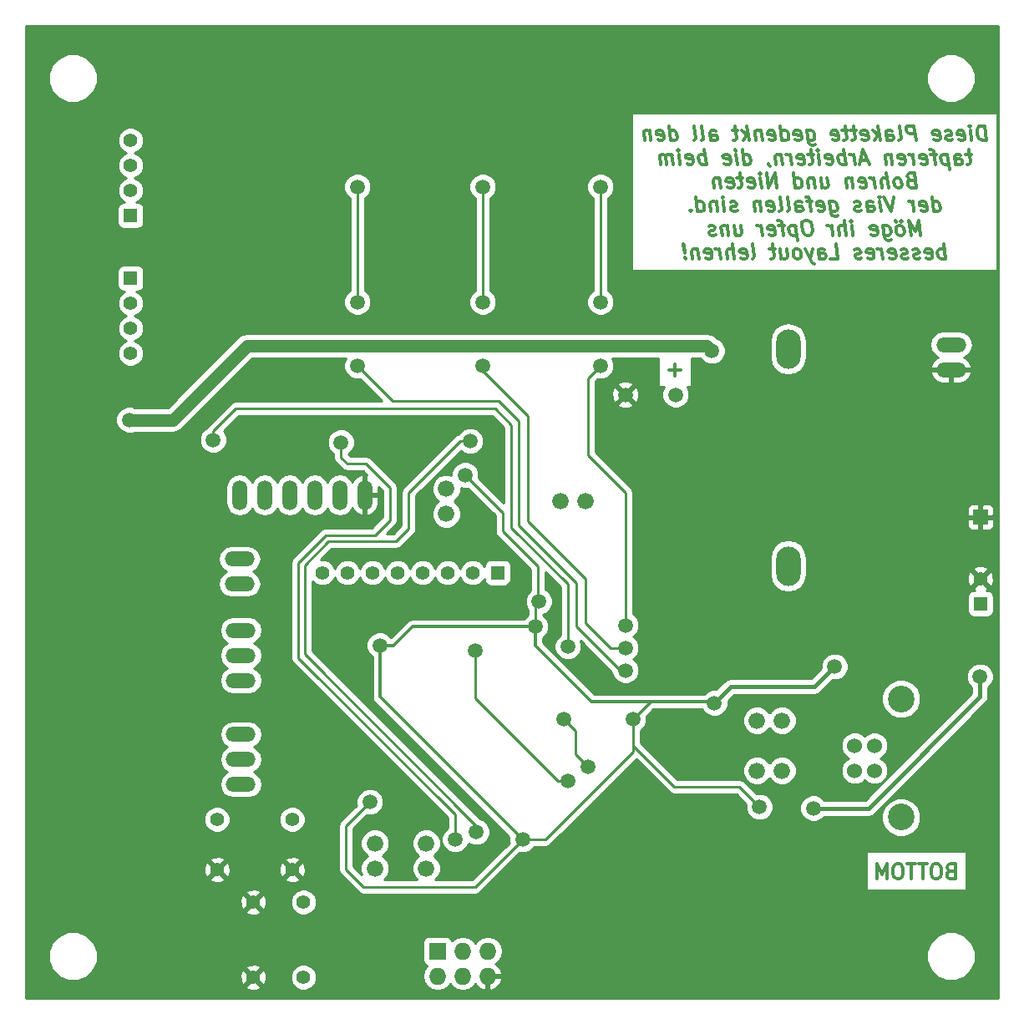
<source format=gbr>
G04 #@! TF.FileFunction,Copper,L2,Bot,Signal*
%FSLAX46Y46*%
G04 Gerber Fmt 4.6, Leading zero omitted, Abs format (unit mm)*
G04 Created by KiCad (PCBNEW (2014-12-16 BZR 5324)-product) date Mo 26 Jan 2015 14:40:25 CET*
%MOMM*%
G01*
G04 APERTURE LIST*
%ADD10C,0.100000*%
%ADD11C,0.300000*%
%ADD12C,1.501140*%
%ADD13O,2.499360X4.000500*%
%ADD14C,1.524000*%
%ADD15C,2.700020*%
%ADD16O,3.014980X1.506220*%
%ADD17O,1.506220X3.014980*%
%ADD18R,1.397000X1.397000*%
%ADD19C,1.397000*%
%ADD20R,1.727200X1.727200*%
%ADD21O,1.727200X1.727200*%
%ADD22C,1.676400*%
%ADD23R,1.501140X1.501140*%
%ADD24C,1.500000*%
%ADD25C,0.254000*%
%ADD26C,0.304800*%
%ADD27C,0.431800*%
%ADD28C,1.270000*%
G04 APERTURE END LIST*
D10*
D11*
X164373286Y-122320857D02*
X164159000Y-122392286D01*
X164087572Y-122463714D01*
X164016143Y-122606571D01*
X164016143Y-122820857D01*
X164087572Y-122963714D01*
X164159000Y-123035143D01*
X164301858Y-123106571D01*
X164873286Y-123106571D01*
X164873286Y-121606571D01*
X164373286Y-121606571D01*
X164230429Y-121678000D01*
X164159000Y-121749429D01*
X164087572Y-121892286D01*
X164087572Y-122035143D01*
X164159000Y-122178000D01*
X164230429Y-122249429D01*
X164373286Y-122320857D01*
X164873286Y-122320857D01*
X163087572Y-121606571D02*
X162801858Y-121606571D01*
X162659000Y-121678000D01*
X162516143Y-121820857D01*
X162444715Y-122106571D01*
X162444715Y-122606571D01*
X162516143Y-122892286D01*
X162659000Y-123035143D01*
X162801858Y-123106571D01*
X163087572Y-123106571D01*
X163230429Y-123035143D01*
X163373286Y-122892286D01*
X163444715Y-122606571D01*
X163444715Y-122106571D01*
X163373286Y-121820857D01*
X163230429Y-121678000D01*
X163087572Y-121606571D01*
X162016143Y-121606571D02*
X161159000Y-121606571D01*
X161587571Y-123106571D02*
X161587571Y-121606571D01*
X160873286Y-121606571D02*
X160016143Y-121606571D01*
X160444714Y-123106571D02*
X160444714Y-121606571D01*
X159230429Y-121606571D02*
X158944715Y-121606571D01*
X158801857Y-121678000D01*
X158659000Y-121820857D01*
X158587572Y-122106571D01*
X158587572Y-122606571D01*
X158659000Y-122892286D01*
X158801857Y-123035143D01*
X158944715Y-123106571D01*
X159230429Y-123106571D01*
X159373286Y-123035143D01*
X159516143Y-122892286D01*
X159587572Y-122606571D01*
X159587572Y-122106571D01*
X159516143Y-121820857D01*
X159373286Y-121678000D01*
X159230429Y-121606571D01*
X157944714Y-123106571D02*
X157944714Y-121606571D01*
X157444714Y-122678000D01*
X156944714Y-121606571D01*
X156944714Y-123106571D01*
X137020228Y-71531943D02*
X135877371Y-71531943D01*
X136448800Y-72103371D02*
X136448800Y-70960514D01*
X168028249Y-48272571D02*
X167840749Y-46772571D01*
X167483606Y-46772571D01*
X167278250Y-46844000D01*
X167153249Y-46986857D01*
X167099678Y-47129714D01*
X167063964Y-47415429D01*
X167090749Y-47629714D01*
X167197893Y-47915429D01*
X167287178Y-48058286D01*
X167447893Y-48201143D01*
X167671106Y-48272571D01*
X168028249Y-48272571D01*
X166528249Y-48272571D02*
X166403249Y-47272571D01*
X166340749Y-46772571D02*
X166421107Y-46844000D01*
X166358607Y-46915429D01*
X166278250Y-46844000D01*
X166340749Y-46772571D01*
X166358607Y-46915429D01*
X165233607Y-48201143D02*
X165385392Y-48272571D01*
X165671106Y-48272571D01*
X165805035Y-48201143D01*
X165858607Y-48058286D01*
X165787178Y-47486857D01*
X165697892Y-47344000D01*
X165546106Y-47272571D01*
X165260392Y-47272571D01*
X165126464Y-47344000D01*
X165072892Y-47486857D01*
X165090749Y-47629714D01*
X165822892Y-47772571D01*
X164590750Y-48201143D02*
X164456821Y-48272571D01*
X164171106Y-48272571D01*
X164019321Y-48201143D01*
X163930036Y-48058286D01*
X163921107Y-47986857D01*
X163974678Y-47844000D01*
X164108606Y-47772571D01*
X164322892Y-47772571D01*
X164456821Y-47701143D01*
X164510393Y-47558286D01*
X164501464Y-47486857D01*
X164412178Y-47344000D01*
X164260392Y-47272571D01*
X164046106Y-47272571D01*
X163912178Y-47344000D01*
X162733607Y-48201143D02*
X162885392Y-48272571D01*
X163171106Y-48272571D01*
X163305035Y-48201143D01*
X163358607Y-48058286D01*
X163287178Y-47486857D01*
X163197892Y-47344000D01*
X163046106Y-47272571D01*
X162760392Y-47272571D01*
X162626464Y-47344000D01*
X162572892Y-47486857D01*
X162590749Y-47629714D01*
X163322892Y-47772571D01*
X160885392Y-48272571D02*
X160697892Y-46772571D01*
X160126464Y-46772571D01*
X159992535Y-46844000D01*
X159930036Y-46915429D01*
X159876464Y-47058286D01*
X159903249Y-47272571D01*
X159992536Y-47415429D01*
X160072892Y-47486857D01*
X160224679Y-47558286D01*
X160796107Y-47558286D01*
X159171106Y-48272571D02*
X159305036Y-48201143D01*
X159358607Y-48058286D01*
X159197892Y-46772571D01*
X157956821Y-48272571D02*
X157858607Y-47486857D01*
X157912179Y-47344000D01*
X158046107Y-47272571D01*
X158331821Y-47272571D01*
X158483607Y-47344000D01*
X157947893Y-48201143D02*
X158099678Y-48272571D01*
X158456821Y-48272571D01*
X158590750Y-48201143D01*
X158644322Y-48058286D01*
X158626465Y-47915429D01*
X158537178Y-47772571D01*
X158385393Y-47701143D01*
X158028250Y-47701143D01*
X157876464Y-47629714D01*
X157242535Y-48272571D02*
X157055035Y-46772571D01*
X157028250Y-47701143D02*
X156671107Y-48272571D01*
X156546107Y-47272571D02*
X157188964Y-47844000D01*
X155447893Y-48201143D02*
X155599678Y-48272571D01*
X155885392Y-48272571D01*
X156019321Y-48201143D01*
X156072893Y-48058286D01*
X156001464Y-47486857D01*
X155912178Y-47344000D01*
X155760392Y-47272571D01*
X155474678Y-47272571D01*
X155340750Y-47344000D01*
X155287178Y-47486857D01*
X155305035Y-47629714D01*
X156037178Y-47772571D01*
X154831821Y-47272571D02*
X154260392Y-47272571D01*
X154555035Y-46772571D02*
X154715750Y-48058286D01*
X154662179Y-48201143D01*
X154528249Y-48272571D01*
X154385392Y-48272571D01*
X153974678Y-47272571D02*
X153403249Y-47272571D01*
X153697892Y-46772571D02*
X153858607Y-48058286D01*
X153805036Y-48201143D01*
X153671106Y-48272571D01*
X153528249Y-48272571D01*
X152447893Y-48201143D02*
X152599678Y-48272571D01*
X152885392Y-48272571D01*
X153019321Y-48201143D01*
X153072893Y-48058286D01*
X153001464Y-47486857D01*
X152912178Y-47344000D01*
X152760392Y-47272571D01*
X152474678Y-47272571D01*
X152340750Y-47344000D01*
X152287178Y-47486857D01*
X152305035Y-47629714D01*
X153037178Y-47772571D01*
X149831821Y-47272571D02*
X149983607Y-48486857D01*
X150072893Y-48629714D01*
X150153250Y-48701143D01*
X150305035Y-48772571D01*
X150519321Y-48772571D01*
X150653250Y-48701143D01*
X149947893Y-48201143D02*
X150099678Y-48272571D01*
X150385392Y-48272571D01*
X150519322Y-48201143D01*
X150581821Y-48129714D01*
X150635393Y-47986857D01*
X150581822Y-47558286D01*
X150492536Y-47415429D01*
X150412179Y-47344000D01*
X150260392Y-47272571D01*
X149974678Y-47272571D01*
X149840750Y-47344000D01*
X148662179Y-48201143D02*
X148813964Y-48272571D01*
X149099678Y-48272571D01*
X149233607Y-48201143D01*
X149287179Y-48058286D01*
X149215750Y-47486857D01*
X149126464Y-47344000D01*
X148974678Y-47272571D01*
X148688964Y-47272571D01*
X148555036Y-47344000D01*
X148501464Y-47486857D01*
X148519321Y-47629714D01*
X149251464Y-47772571D01*
X147313964Y-48272571D02*
X147126464Y-46772571D01*
X147305036Y-48201143D02*
X147456821Y-48272571D01*
X147742535Y-48272571D01*
X147876465Y-48201143D01*
X147938964Y-48129714D01*
X147992536Y-47986857D01*
X147938965Y-47558286D01*
X147849679Y-47415429D01*
X147769322Y-47344000D01*
X147617535Y-47272571D01*
X147331821Y-47272571D01*
X147197893Y-47344000D01*
X146019322Y-48201143D02*
X146171107Y-48272571D01*
X146456821Y-48272571D01*
X146590750Y-48201143D01*
X146644322Y-48058286D01*
X146572893Y-47486857D01*
X146483607Y-47344000D01*
X146331821Y-47272571D01*
X146046107Y-47272571D01*
X145912179Y-47344000D01*
X145858607Y-47486857D01*
X145876464Y-47629714D01*
X146608607Y-47772571D01*
X145188964Y-47272571D02*
X145313964Y-48272571D01*
X145206822Y-47415429D02*
X145126465Y-47344000D01*
X144974678Y-47272571D01*
X144760393Y-47272571D01*
X144626465Y-47344000D01*
X144572893Y-47486857D01*
X144671107Y-48272571D01*
X143956821Y-48272571D02*
X143769321Y-46772571D01*
X143742536Y-47701143D02*
X143385393Y-48272571D01*
X143260393Y-47272571D02*
X143903250Y-47844000D01*
X142831821Y-47272571D02*
X142260392Y-47272571D01*
X142555035Y-46772571D02*
X142715750Y-48058286D01*
X142662179Y-48201143D01*
X142528249Y-48272571D01*
X142385392Y-48272571D01*
X140099678Y-48272571D02*
X140001464Y-47486857D01*
X140055036Y-47344000D01*
X140188964Y-47272571D01*
X140474678Y-47272571D01*
X140626464Y-47344000D01*
X140090750Y-48201143D02*
X140242535Y-48272571D01*
X140599678Y-48272571D01*
X140733607Y-48201143D01*
X140787179Y-48058286D01*
X140769322Y-47915429D01*
X140680035Y-47772571D01*
X140528250Y-47701143D01*
X140171107Y-47701143D01*
X140019321Y-47629714D01*
X139171106Y-48272571D02*
X139305036Y-48201143D01*
X139358607Y-48058286D01*
X139197892Y-46772571D01*
X138385392Y-48272571D02*
X138519322Y-48201143D01*
X138572893Y-48058286D01*
X138412178Y-46772571D01*
X136028250Y-48272571D02*
X135840750Y-46772571D01*
X136019322Y-48201143D02*
X136171107Y-48272571D01*
X136456821Y-48272571D01*
X136590751Y-48201143D01*
X136653250Y-48129714D01*
X136706822Y-47986857D01*
X136653251Y-47558286D01*
X136563965Y-47415429D01*
X136483608Y-47344000D01*
X136331821Y-47272571D01*
X136046107Y-47272571D01*
X135912179Y-47344000D01*
X134733608Y-48201143D02*
X134885393Y-48272571D01*
X135171107Y-48272571D01*
X135305036Y-48201143D01*
X135358608Y-48058286D01*
X135287179Y-47486857D01*
X135197893Y-47344000D01*
X135046107Y-47272571D01*
X134760393Y-47272571D01*
X134626465Y-47344000D01*
X134572893Y-47486857D01*
X134590750Y-47629714D01*
X135322893Y-47772571D01*
X133903250Y-47272571D02*
X134028250Y-48272571D01*
X133921108Y-47415429D02*
X133840751Y-47344000D01*
X133688964Y-47272571D01*
X133474679Y-47272571D01*
X133340751Y-47344000D01*
X133287179Y-47486857D01*
X133385393Y-48272571D01*
X166510392Y-49672571D02*
X165938963Y-49672571D01*
X166233606Y-49172571D02*
X166394321Y-50458286D01*
X166340750Y-50601143D01*
X166206820Y-50672571D01*
X166063963Y-50672571D01*
X164921106Y-50672571D02*
X164822892Y-49886857D01*
X164876464Y-49744000D01*
X165010392Y-49672571D01*
X165296106Y-49672571D01*
X165447892Y-49744000D01*
X164912178Y-50601143D02*
X165063963Y-50672571D01*
X165421106Y-50672571D01*
X165555035Y-50601143D01*
X165608607Y-50458286D01*
X165590750Y-50315429D01*
X165501463Y-50172571D01*
X165349678Y-50101143D01*
X164992535Y-50101143D01*
X164840749Y-50029714D01*
X164081820Y-49672571D02*
X164269320Y-51172571D01*
X164090749Y-49744000D02*
X163938963Y-49672571D01*
X163653249Y-49672571D01*
X163519321Y-49744000D01*
X163456821Y-49815429D01*
X163403249Y-49958286D01*
X163456820Y-50386857D01*
X163546106Y-50529714D01*
X163626464Y-50601143D01*
X163778249Y-50672571D01*
X164063963Y-50672571D01*
X164197892Y-50601143D01*
X162938963Y-49672571D02*
X162367534Y-49672571D01*
X162849677Y-50672571D02*
X162688963Y-49386857D01*
X162599678Y-49244000D01*
X162447891Y-49172571D01*
X162305034Y-49172571D01*
X161412178Y-50601143D02*
X161563963Y-50672571D01*
X161849677Y-50672571D01*
X161983606Y-50601143D01*
X162037178Y-50458286D01*
X161965749Y-49886857D01*
X161876463Y-49744000D01*
X161724677Y-49672571D01*
X161438963Y-49672571D01*
X161305035Y-49744000D01*
X161251463Y-49886857D01*
X161269320Y-50029714D01*
X162001463Y-50172571D01*
X160706820Y-50672571D02*
X160581820Y-49672571D01*
X160617535Y-49958286D02*
X160528250Y-49815429D01*
X160447892Y-49744000D01*
X160296106Y-49672571D01*
X160153249Y-49672571D01*
X159197893Y-50601143D02*
X159349678Y-50672571D01*
X159635392Y-50672571D01*
X159769321Y-50601143D01*
X159822893Y-50458286D01*
X159751464Y-49886857D01*
X159662178Y-49744000D01*
X159510392Y-49672571D01*
X159224678Y-49672571D01*
X159090750Y-49744000D01*
X159037178Y-49886857D01*
X159055035Y-50029714D01*
X159787178Y-50172571D01*
X158367535Y-49672571D02*
X158492535Y-50672571D01*
X158385393Y-49815429D02*
X158305036Y-49744000D01*
X158153249Y-49672571D01*
X157938964Y-49672571D01*
X157805036Y-49744000D01*
X157751464Y-49886857D01*
X157849678Y-50672571D01*
X156010393Y-50244000D02*
X155296107Y-50244000D01*
X156206821Y-50672571D02*
X155519321Y-49172571D01*
X155206821Y-50672571D01*
X154706821Y-50672571D02*
X154581821Y-49672571D01*
X154617536Y-49958286D02*
X154528251Y-49815429D01*
X154447893Y-49744000D01*
X154296107Y-49672571D01*
X154153250Y-49672571D01*
X153778250Y-50672571D02*
X153590750Y-49172571D01*
X153662179Y-49744000D02*
X153510393Y-49672571D01*
X153224679Y-49672571D01*
X153090751Y-49744000D01*
X153028251Y-49815429D01*
X152974679Y-49958286D01*
X153028250Y-50386857D01*
X153117536Y-50529714D01*
X153197894Y-50601143D01*
X153349679Y-50672571D01*
X153635393Y-50672571D01*
X153769322Y-50601143D01*
X151840751Y-50601143D02*
X151992536Y-50672571D01*
X152278250Y-50672571D01*
X152412179Y-50601143D01*
X152465751Y-50458286D01*
X152394322Y-49886857D01*
X152305036Y-49744000D01*
X152153250Y-49672571D01*
X151867536Y-49672571D01*
X151733608Y-49744000D01*
X151680036Y-49886857D01*
X151697893Y-50029714D01*
X152430036Y-50172571D01*
X151135393Y-50672571D02*
X151010393Y-49672571D01*
X150947893Y-49172571D02*
X151028251Y-49244000D01*
X150965751Y-49315429D01*
X150885394Y-49244000D01*
X150947893Y-49172571D01*
X150965751Y-49315429D01*
X150510393Y-49672571D02*
X149938964Y-49672571D01*
X150233607Y-49172571D02*
X150394322Y-50458286D01*
X150340751Y-50601143D01*
X150206821Y-50672571D01*
X150063964Y-50672571D01*
X148983608Y-50601143D02*
X149135393Y-50672571D01*
X149421107Y-50672571D01*
X149555036Y-50601143D01*
X149608608Y-50458286D01*
X149537179Y-49886857D01*
X149447893Y-49744000D01*
X149296107Y-49672571D01*
X149010393Y-49672571D01*
X148876465Y-49744000D01*
X148822893Y-49886857D01*
X148840750Y-50029714D01*
X149572893Y-50172571D01*
X148278250Y-50672571D02*
X148153250Y-49672571D01*
X148188965Y-49958286D02*
X148099680Y-49815429D01*
X148019322Y-49744000D01*
X147867536Y-49672571D01*
X147724679Y-49672571D01*
X147224679Y-49672571D02*
X147349679Y-50672571D01*
X147242537Y-49815429D02*
X147162180Y-49744000D01*
X147010393Y-49672571D01*
X146796108Y-49672571D01*
X146662180Y-49744000D01*
X146608608Y-49886857D01*
X146706822Y-50672571D01*
X145912180Y-50601143D02*
X145921108Y-50672571D01*
X146010394Y-50815429D01*
X146090751Y-50886857D01*
X143492536Y-50672571D02*
X143305036Y-49172571D01*
X143483608Y-50601143D02*
X143635393Y-50672571D01*
X143921107Y-50672571D01*
X144055037Y-50601143D01*
X144117536Y-50529714D01*
X144171108Y-50386857D01*
X144117537Y-49958286D01*
X144028251Y-49815429D01*
X143947894Y-49744000D01*
X143796107Y-49672571D01*
X143510393Y-49672571D01*
X143376465Y-49744000D01*
X142778250Y-50672571D02*
X142653250Y-49672571D01*
X142590750Y-49172571D02*
X142671108Y-49244000D01*
X142608608Y-49315429D01*
X142528251Y-49244000D01*
X142590750Y-49172571D01*
X142608608Y-49315429D01*
X141483608Y-50601143D02*
X141635393Y-50672571D01*
X141921107Y-50672571D01*
X142055036Y-50601143D01*
X142108608Y-50458286D01*
X142037179Y-49886857D01*
X141947893Y-49744000D01*
X141796107Y-49672571D01*
X141510393Y-49672571D01*
X141376465Y-49744000D01*
X141322893Y-49886857D01*
X141340750Y-50029714D01*
X142072893Y-50172571D01*
X139635393Y-50672571D02*
X139447893Y-49172571D01*
X139519322Y-49744000D02*
X139367536Y-49672571D01*
X139081822Y-49672571D01*
X138947894Y-49744000D01*
X138885394Y-49815429D01*
X138831822Y-49958286D01*
X138885393Y-50386857D01*
X138974679Y-50529714D01*
X139055037Y-50601143D01*
X139206822Y-50672571D01*
X139492536Y-50672571D01*
X139626465Y-50601143D01*
X137697894Y-50601143D02*
X137849679Y-50672571D01*
X138135393Y-50672571D01*
X138269322Y-50601143D01*
X138322894Y-50458286D01*
X138251465Y-49886857D01*
X138162179Y-49744000D01*
X138010393Y-49672571D01*
X137724679Y-49672571D01*
X137590751Y-49744000D01*
X137537179Y-49886857D01*
X137555036Y-50029714D01*
X138287179Y-50172571D01*
X136992536Y-50672571D02*
X136867536Y-49672571D01*
X136805036Y-49172571D02*
X136885394Y-49244000D01*
X136822894Y-49315429D01*
X136742537Y-49244000D01*
X136805036Y-49172571D01*
X136822894Y-49315429D01*
X136278250Y-50672571D02*
X136153250Y-49672571D01*
X136171108Y-49815429D02*
X136090751Y-49744000D01*
X135938964Y-49672571D01*
X135724679Y-49672571D01*
X135590751Y-49744000D01*
X135537179Y-49886857D01*
X135635393Y-50672571D01*
X135537179Y-49886857D02*
X135447893Y-49744000D01*
X135296107Y-49672571D01*
X135081822Y-49672571D01*
X134947893Y-49744000D01*
X134894322Y-49886857D01*
X134992536Y-50672571D01*
X160358607Y-52286857D02*
X160153250Y-52358286D01*
X160090750Y-52429714D01*
X160037178Y-52572571D01*
X160063964Y-52786857D01*
X160153250Y-52929714D01*
X160233607Y-53001143D01*
X160385393Y-53072571D01*
X160956821Y-53072571D01*
X160769321Y-51572571D01*
X160269321Y-51572571D01*
X160135393Y-51644000D01*
X160072893Y-51715429D01*
X160019322Y-51858286D01*
X160037179Y-52001143D01*
X160126464Y-52144000D01*
X160206822Y-52215429D01*
X160358607Y-52286857D01*
X160858607Y-52286857D01*
X159242535Y-53072571D02*
X159376465Y-53001143D01*
X159438964Y-52929714D01*
X159492536Y-52786857D01*
X159438965Y-52358286D01*
X159349679Y-52215429D01*
X159269322Y-52144000D01*
X159117535Y-52072571D01*
X158903250Y-52072571D01*
X158769322Y-52144000D01*
X158706822Y-52215429D01*
X158653250Y-52358286D01*
X158706821Y-52786857D01*
X158796107Y-52929714D01*
X158876465Y-53001143D01*
X159028250Y-53072571D01*
X159242535Y-53072571D01*
X158099678Y-53072571D02*
X157912178Y-51572571D01*
X157456821Y-53072571D02*
X157358607Y-52286857D01*
X157412179Y-52144000D01*
X157546107Y-52072571D01*
X157760392Y-52072571D01*
X157912179Y-52144000D01*
X157992536Y-52215429D01*
X156742535Y-53072571D02*
X156617535Y-52072571D01*
X156653250Y-52358286D02*
X156563965Y-52215429D01*
X156483607Y-52144000D01*
X156331821Y-52072571D01*
X156188964Y-52072571D01*
X155233608Y-53001143D02*
X155385393Y-53072571D01*
X155671107Y-53072571D01*
X155805036Y-53001143D01*
X155858608Y-52858286D01*
X155787179Y-52286857D01*
X155697893Y-52144000D01*
X155546107Y-52072571D01*
X155260393Y-52072571D01*
X155126465Y-52144000D01*
X155072893Y-52286857D01*
X155090750Y-52429714D01*
X155822893Y-52572571D01*
X154403250Y-52072571D02*
X154528250Y-53072571D01*
X154421108Y-52215429D02*
X154340751Y-52144000D01*
X154188964Y-52072571D01*
X153974679Y-52072571D01*
X153840751Y-52144000D01*
X153787179Y-52286857D01*
X153885393Y-53072571D01*
X151260393Y-52072571D02*
X151385393Y-53072571D01*
X151903250Y-52072571D02*
X152001465Y-52858286D01*
X151947894Y-53001143D01*
X151813964Y-53072571D01*
X151599679Y-53072571D01*
X151447894Y-53001143D01*
X151367536Y-52929714D01*
X150546107Y-52072571D02*
X150671107Y-53072571D01*
X150563965Y-52215429D02*
X150483608Y-52144000D01*
X150331821Y-52072571D01*
X150117536Y-52072571D01*
X149983608Y-52144000D01*
X149930036Y-52286857D01*
X150028250Y-53072571D01*
X148671107Y-53072571D02*
X148483607Y-51572571D01*
X148662179Y-53001143D02*
X148813964Y-53072571D01*
X149099678Y-53072571D01*
X149233608Y-53001143D01*
X149296107Y-52929714D01*
X149349679Y-52786857D01*
X149296108Y-52358286D01*
X149206822Y-52215429D01*
X149126465Y-52144000D01*
X148974678Y-52072571D01*
X148688964Y-52072571D01*
X148555036Y-52144000D01*
X146813964Y-53072571D02*
X146626464Y-51572571D01*
X145956821Y-53072571D01*
X145769321Y-51572571D01*
X145242535Y-53072571D02*
X145117535Y-52072571D01*
X145055035Y-51572571D02*
X145135393Y-51644000D01*
X145072893Y-51715429D01*
X144992536Y-51644000D01*
X145055035Y-51572571D01*
X145072893Y-51715429D01*
X143947893Y-53001143D02*
X144099678Y-53072571D01*
X144385392Y-53072571D01*
X144519321Y-53001143D01*
X144572893Y-52858286D01*
X144501464Y-52286857D01*
X144412178Y-52144000D01*
X144260392Y-52072571D01*
X143974678Y-52072571D01*
X143840750Y-52144000D01*
X143787178Y-52286857D01*
X143805035Y-52429714D01*
X144537178Y-52572571D01*
X143331821Y-52072571D02*
X142760392Y-52072571D01*
X143055035Y-51572571D02*
X143215750Y-52858286D01*
X143162179Y-53001143D01*
X143028249Y-53072571D01*
X142885392Y-53072571D01*
X141805036Y-53001143D02*
X141956821Y-53072571D01*
X142242535Y-53072571D01*
X142376464Y-53001143D01*
X142430036Y-52858286D01*
X142358607Y-52286857D01*
X142269321Y-52144000D01*
X142117535Y-52072571D01*
X141831821Y-52072571D01*
X141697893Y-52144000D01*
X141644321Y-52286857D01*
X141662178Y-52429714D01*
X142394321Y-52572571D01*
X140974678Y-52072571D02*
X141099678Y-53072571D01*
X140992536Y-52215429D02*
X140912179Y-52144000D01*
X140760392Y-52072571D01*
X140546107Y-52072571D01*
X140412179Y-52144000D01*
X140358607Y-52286857D01*
X140456821Y-53072571D01*
X162706821Y-55472571D02*
X162519321Y-53972571D01*
X162697893Y-55401143D02*
X162849678Y-55472571D01*
X163135392Y-55472571D01*
X163269322Y-55401143D01*
X163331821Y-55329714D01*
X163385393Y-55186857D01*
X163331822Y-54758286D01*
X163242536Y-54615429D01*
X163162179Y-54544000D01*
X163010392Y-54472571D01*
X162724678Y-54472571D01*
X162590750Y-54544000D01*
X161412179Y-55401143D02*
X161563964Y-55472571D01*
X161849678Y-55472571D01*
X161983607Y-55401143D01*
X162037179Y-55258286D01*
X161965750Y-54686857D01*
X161876464Y-54544000D01*
X161724678Y-54472571D01*
X161438964Y-54472571D01*
X161305036Y-54544000D01*
X161251464Y-54686857D01*
X161269321Y-54829714D01*
X162001464Y-54972571D01*
X160706821Y-55472571D02*
X160581821Y-54472571D01*
X160617536Y-54758286D02*
X160528251Y-54615429D01*
X160447893Y-54544000D01*
X160296107Y-54472571D01*
X160153250Y-54472571D01*
X158662179Y-53972571D02*
X158349679Y-55472571D01*
X157662179Y-53972571D01*
X157349679Y-55472571D02*
X157224679Y-54472571D01*
X157162179Y-53972571D02*
X157242537Y-54044000D01*
X157180037Y-54115429D01*
X157099680Y-54044000D01*
X157162179Y-53972571D01*
X157180037Y-54115429D01*
X155992536Y-55472571D02*
X155894322Y-54686857D01*
X155947894Y-54544000D01*
X156081822Y-54472571D01*
X156367536Y-54472571D01*
X156519322Y-54544000D01*
X155983608Y-55401143D02*
X156135393Y-55472571D01*
X156492536Y-55472571D01*
X156626465Y-55401143D01*
X156680037Y-55258286D01*
X156662180Y-55115429D01*
X156572893Y-54972571D01*
X156421108Y-54901143D01*
X156063965Y-54901143D01*
X155912179Y-54829714D01*
X155340751Y-55401143D02*
X155206822Y-55472571D01*
X154921107Y-55472571D01*
X154769322Y-55401143D01*
X154680037Y-55258286D01*
X154671108Y-55186857D01*
X154724679Y-55044000D01*
X154858607Y-54972571D01*
X155072893Y-54972571D01*
X155206822Y-54901143D01*
X155260394Y-54758286D01*
X155251465Y-54686857D01*
X155162179Y-54544000D01*
X155010393Y-54472571D01*
X154796107Y-54472571D01*
X154662179Y-54544000D01*
X152153250Y-54472571D02*
X152305036Y-55686857D01*
X152394322Y-55829714D01*
X152474679Y-55901143D01*
X152626464Y-55972571D01*
X152840750Y-55972571D01*
X152974679Y-55901143D01*
X152269322Y-55401143D02*
X152421107Y-55472571D01*
X152706821Y-55472571D01*
X152840751Y-55401143D01*
X152903250Y-55329714D01*
X152956822Y-55186857D01*
X152903251Y-54758286D01*
X152813965Y-54615429D01*
X152733608Y-54544000D01*
X152581821Y-54472571D01*
X152296107Y-54472571D01*
X152162179Y-54544000D01*
X150983608Y-55401143D02*
X151135393Y-55472571D01*
X151421107Y-55472571D01*
X151555036Y-55401143D01*
X151608608Y-55258286D01*
X151537179Y-54686857D01*
X151447893Y-54544000D01*
X151296107Y-54472571D01*
X151010393Y-54472571D01*
X150876465Y-54544000D01*
X150822893Y-54686857D01*
X150840750Y-54829714D01*
X151572893Y-54972571D01*
X150367536Y-54472571D02*
X149796107Y-54472571D01*
X150278250Y-55472571D02*
X150117536Y-54186857D01*
X150028251Y-54044000D01*
X149876464Y-53972571D01*
X149733607Y-53972571D01*
X148778250Y-55472571D02*
X148680036Y-54686857D01*
X148733608Y-54544000D01*
X148867536Y-54472571D01*
X149153250Y-54472571D01*
X149305036Y-54544000D01*
X148769322Y-55401143D02*
X148921107Y-55472571D01*
X149278250Y-55472571D01*
X149412179Y-55401143D01*
X149465751Y-55258286D01*
X149447894Y-55115429D01*
X149358607Y-54972571D01*
X149206822Y-54901143D01*
X148849679Y-54901143D01*
X148697893Y-54829714D01*
X147849678Y-55472571D02*
X147983608Y-55401143D01*
X148037179Y-55258286D01*
X147876464Y-53972571D01*
X147063964Y-55472571D02*
X147197894Y-55401143D01*
X147251465Y-55258286D01*
X147090750Y-53972571D01*
X145912180Y-55401143D02*
X146063965Y-55472571D01*
X146349679Y-55472571D01*
X146483608Y-55401143D01*
X146537180Y-55258286D01*
X146465751Y-54686857D01*
X146376465Y-54544000D01*
X146224679Y-54472571D01*
X145938965Y-54472571D01*
X145805037Y-54544000D01*
X145751465Y-54686857D01*
X145769322Y-54829714D01*
X146501465Y-54972571D01*
X145081822Y-54472571D02*
X145206822Y-55472571D01*
X145099680Y-54615429D02*
X145019323Y-54544000D01*
X144867536Y-54472571D01*
X144653251Y-54472571D01*
X144519323Y-54544000D01*
X144465751Y-54686857D01*
X144563965Y-55472571D01*
X142769323Y-55401143D02*
X142635394Y-55472571D01*
X142349679Y-55472571D01*
X142197894Y-55401143D01*
X142108609Y-55258286D01*
X142099680Y-55186857D01*
X142153251Y-55044000D01*
X142287179Y-54972571D01*
X142501465Y-54972571D01*
X142635394Y-54901143D01*
X142688966Y-54758286D01*
X142680037Y-54686857D01*
X142590751Y-54544000D01*
X142438965Y-54472571D01*
X142224679Y-54472571D01*
X142090751Y-54544000D01*
X141492536Y-55472571D02*
X141367536Y-54472571D01*
X141305036Y-53972571D02*
X141385394Y-54044000D01*
X141322894Y-54115429D01*
X141242537Y-54044000D01*
X141305036Y-53972571D01*
X141322894Y-54115429D01*
X140653250Y-54472571D02*
X140778250Y-55472571D01*
X140671108Y-54615429D02*
X140590751Y-54544000D01*
X140438964Y-54472571D01*
X140224679Y-54472571D01*
X140090751Y-54544000D01*
X140037179Y-54686857D01*
X140135393Y-55472571D01*
X138778250Y-55472571D02*
X138590750Y-53972571D01*
X138769322Y-55401143D02*
X138921107Y-55472571D01*
X139206821Y-55472571D01*
X139340751Y-55401143D01*
X139403250Y-55329714D01*
X139456822Y-55186857D01*
X139403251Y-54758286D01*
X139313965Y-54615429D01*
X139233608Y-54544000D01*
X139081821Y-54472571D01*
X138796107Y-54472571D01*
X138662179Y-54544000D01*
X138046107Y-55329714D02*
X137983608Y-55401143D01*
X138063964Y-55472571D01*
X138126465Y-55401143D01*
X138046107Y-55329714D01*
X138063964Y-55472571D01*
X161385392Y-57872571D02*
X161197892Y-56372571D01*
X160831821Y-57444000D01*
X160197892Y-56372571D01*
X160385392Y-57872571D01*
X159456820Y-57872571D02*
X159590750Y-57801143D01*
X159653249Y-57729714D01*
X159706821Y-57586857D01*
X159653250Y-57158286D01*
X159563964Y-57015429D01*
X159483607Y-56944000D01*
X159331820Y-56872571D01*
X159117535Y-56872571D01*
X158983607Y-56944000D01*
X158921107Y-57015429D01*
X158867535Y-57158286D01*
X158921106Y-57586857D01*
X159010392Y-57729714D01*
X159090750Y-57801143D01*
X159242535Y-57872571D01*
X159456820Y-57872571D01*
X159412178Y-56372571D02*
X159349678Y-56444000D01*
X159430036Y-56515429D01*
X159492535Y-56444000D01*
X159412178Y-56372571D01*
X159430036Y-56515429D01*
X158840749Y-56372571D02*
X158778249Y-56444000D01*
X158858607Y-56515429D01*
X158921107Y-56444000D01*
X158840749Y-56372571D01*
X158858607Y-56515429D01*
X157546106Y-56872571D02*
X157697892Y-58086857D01*
X157787178Y-58229714D01*
X157867535Y-58301143D01*
X158019320Y-58372571D01*
X158233606Y-58372571D01*
X158367535Y-58301143D01*
X157662178Y-57801143D02*
X157813963Y-57872571D01*
X158099677Y-57872571D01*
X158233607Y-57801143D01*
X158296106Y-57729714D01*
X158349678Y-57586857D01*
X158296107Y-57158286D01*
X158206821Y-57015429D01*
X158126464Y-56944000D01*
X157974677Y-56872571D01*
X157688963Y-56872571D01*
X157555035Y-56944000D01*
X156376464Y-57801143D02*
X156528249Y-57872571D01*
X156813963Y-57872571D01*
X156947892Y-57801143D01*
X157001464Y-57658286D01*
X156930035Y-57086857D01*
X156840749Y-56944000D01*
X156688963Y-56872571D01*
X156403249Y-56872571D01*
X156269321Y-56944000D01*
X156215749Y-57086857D01*
X156233606Y-57229714D01*
X156965749Y-57372571D01*
X154528249Y-57872571D02*
X154403249Y-56872571D01*
X154340749Y-56372571D02*
X154421107Y-56444000D01*
X154358607Y-56515429D01*
X154278250Y-56444000D01*
X154340749Y-56372571D01*
X154358607Y-56515429D01*
X153813963Y-57872571D02*
X153626463Y-56372571D01*
X153171106Y-57872571D02*
X153072892Y-57086857D01*
X153126464Y-56944000D01*
X153260392Y-56872571D01*
X153474677Y-56872571D01*
X153626464Y-56944000D01*
X153706821Y-57015429D01*
X152456820Y-57872571D02*
X152331820Y-56872571D01*
X152367535Y-57158286D02*
X152278250Y-57015429D01*
X152197892Y-56944000D01*
X152046106Y-56872571D01*
X151903249Y-56872571D01*
X149912178Y-56372571D02*
X149626464Y-56372571D01*
X149492535Y-56444000D01*
X149367535Y-56586857D01*
X149331821Y-56872571D01*
X149394321Y-57372571D01*
X149501464Y-57658286D01*
X149662178Y-57801143D01*
X149813964Y-57872571D01*
X150099678Y-57872571D01*
X150233607Y-57801143D01*
X150358607Y-57658286D01*
X150394321Y-57372571D01*
X150331821Y-56872571D01*
X150224678Y-56586857D01*
X150063964Y-56444000D01*
X149912178Y-56372571D01*
X148688963Y-56872571D02*
X148876463Y-58372571D01*
X148697892Y-56944000D02*
X148546106Y-56872571D01*
X148260392Y-56872571D01*
X148126464Y-56944000D01*
X148063964Y-57015429D01*
X148010392Y-57158286D01*
X148063963Y-57586857D01*
X148153249Y-57729714D01*
X148233607Y-57801143D01*
X148385392Y-57872571D01*
X148671106Y-57872571D01*
X148805035Y-57801143D01*
X147546106Y-56872571D02*
X146974677Y-56872571D01*
X147456820Y-57872571D02*
X147296106Y-56586857D01*
X147206821Y-56444000D01*
X147055034Y-56372571D01*
X146912177Y-56372571D01*
X146019321Y-57801143D02*
X146171106Y-57872571D01*
X146456820Y-57872571D01*
X146590749Y-57801143D01*
X146644321Y-57658286D01*
X146572892Y-57086857D01*
X146483606Y-56944000D01*
X146331820Y-56872571D01*
X146046106Y-56872571D01*
X145912178Y-56944000D01*
X145858606Y-57086857D01*
X145876463Y-57229714D01*
X146608606Y-57372571D01*
X145313963Y-57872571D02*
X145188963Y-56872571D01*
X145224678Y-57158286D02*
X145135393Y-57015429D01*
X145055035Y-56944000D01*
X144903249Y-56872571D01*
X144760392Y-56872571D01*
X142474678Y-56872571D02*
X142599678Y-57872571D01*
X143117535Y-56872571D02*
X143215750Y-57658286D01*
X143162179Y-57801143D01*
X143028249Y-57872571D01*
X142813964Y-57872571D01*
X142662179Y-57801143D01*
X142581821Y-57729714D01*
X141760392Y-56872571D02*
X141885392Y-57872571D01*
X141778250Y-57015429D02*
X141697893Y-56944000D01*
X141546106Y-56872571D01*
X141331821Y-56872571D01*
X141197893Y-56944000D01*
X141144321Y-57086857D01*
X141242535Y-57872571D01*
X140590750Y-57801143D02*
X140456821Y-57872571D01*
X140171106Y-57872571D01*
X140019321Y-57801143D01*
X139930036Y-57658286D01*
X139921107Y-57586857D01*
X139974678Y-57444000D01*
X140108606Y-57372571D01*
X140322892Y-57372571D01*
X140456821Y-57301143D01*
X140510393Y-57158286D01*
X140501464Y-57086857D01*
X140412178Y-56944000D01*
X140260392Y-56872571D01*
X140046106Y-56872571D01*
X139912178Y-56944000D01*
X163885392Y-60272571D02*
X163697892Y-58772571D01*
X163769321Y-59344000D02*
X163617535Y-59272571D01*
X163331821Y-59272571D01*
X163197893Y-59344000D01*
X163135393Y-59415429D01*
X163081821Y-59558286D01*
X163135392Y-59986857D01*
X163224678Y-60129714D01*
X163305036Y-60201143D01*
X163456821Y-60272571D01*
X163742535Y-60272571D01*
X163876464Y-60201143D01*
X161947893Y-60201143D02*
X162099678Y-60272571D01*
X162385392Y-60272571D01*
X162519321Y-60201143D01*
X162572893Y-60058286D01*
X162501464Y-59486857D01*
X162412178Y-59344000D01*
X162260392Y-59272571D01*
X161974678Y-59272571D01*
X161840750Y-59344000D01*
X161787178Y-59486857D01*
X161805035Y-59629714D01*
X162537178Y-59772571D01*
X161305036Y-60201143D02*
X161171107Y-60272571D01*
X160885392Y-60272571D01*
X160733607Y-60201143D01*
X160644322Y-60058286D01*
X160635393Y-59986857D01*
X160688964Y-59844000D01*
X160822892Y-59772571D01*
X161037178Y-59772571D01*
X161171107Y-59701143D01*
X161224679Y-59558286D01*
X161215750Y-59486857D01*
X161126464Y-59344000D01*
X160974678Y-59272571D01*
X160760392Y-59272571D01*
X160626464Y-59344000D01*
X160090750Y-60201143D02*
X159956821Y-60272571D01*
X159671106Y-60272571D01*
X159519321Y-60201143D01*
X159430036Y-60058286D01*
X159421107Y-59986857D01*
X159474678Y-59844000D01*
X159608606Y-59772571D01*
X159822892Y-59772571D01*
X159956821Y-59701143D01*
X160010393Y-59558286D01*
X160001464Y-59486857D01*
X159912178Y-59344000D01*
X159760392Y-59272571D01*
X159546106Y-59272571D01*
X159412178Y-59344000D01*
X158233607Y-60201143D02*
X158385392Y-60272571D01*
X158671106Y-60272571D01*
X158805035Y-60201143D01*
X158858607Y-60058286D01*
X158787178Y-59486857D01*
X158697892Y-59344000D01*
X158546106Y-59272571D01*
X158260392Y-59272571D01*
X158126464Y-59344000D01*
X158072892Y-59486857D01*
X158090749Y-59629714D01*
X158822892Y-59772571D01*
X157528249Y-60272571D02*
X157403249Y-59272571D01*
X157438964Y-59558286D02*
X157349679Y-59415429D01*
X157269321Y-59344000D01*
X157117535Y-59272571D01*
X156974678Y-59272571D01*
X156019322Y-60201143D02*
X156171107Y-60272571D01*
X156456821Y-60272571D01*
X156590750Y-60201143D01*
X156644322Y-60058286D01*
X156572893Y-59486857D01*
X156483607Y-59344000D01*
X156331821Y-59272571D01*
X156046107Y-59272571D01*
X155912179Y-59344000D01*
X155858607Y-59486857D01*
X155876464Y-59629714D01*
X156608607Y-59772571D01*
X155376465Y-60201143D02*
X155242536Y-60272571D01*
X154956821Y-60272571D01*
X154805036Y-60201143D01*
X154715751Y-60058286D01*
X154706822Y-59986857D01*
X154760393Y-59844000D01*
X154894321Y-59772571D01*
X155108607Y-59772571D01*
X155242536Y-59701143D01*
X155296108Y-59558286D01*
X155287179Y-59486857D01*
X155197893Y-59344000D01*
X155046107Y-59272571D01*
X154831821Y-59272571D01*
X154697893Y-59344000D01*
X152242535Y-60272571D02*
X152956821Y-60272571D01*
X152769321Y-58772571D01*
X151099678Y-60272571D02*
X151001464Y-59486857D01*
X151055036Y-59344000D01*
X151188964Y-59272571D01*
X151474678Y-59272571D01*
X151626464Y-59344000D01*
X151090750Y-60201143D02*
X151242535Y-60272571D01*
X151599678Y-60272571D01*
X151733607Y-60201143D01*
X151787179Y-60058286D01*
X151769322Y-59915429D01*
X151680035Y-59772571D01*
X151528250Y-59701143D01*
X151171107Y-59701143D01*
X151019321Y-59629714D01*
X150403249Y-59272571D02*
X150171106Y-60272571D01*
X149688964Y-59272571D02*
X150171106Y-60272571D01*
X150358607Y-60629714D01*
X150438964Y-60701143D01*
X150590749Y-60772571D01*
X149028249Y-60272571D02*
X149162179Y-60201143D01*
X149224678Y-60129714D01*
X149278250Y-59986857D01*
X149224679Y-59558286D01*
X149135393Y-59415429D01*
X149055036Y-59344000D01*
X148903249Y-59272571D01*
X148688964Y-59272571D01*
X148555036Y-59344000D01*
X148492536Y-59415429D01*
X148438964Y-59558286D01*
X148492535Y-59986857D01*
X148581821Y-60129714D01*
X148662179Y-60201143D01*
X148813964Y-60272571D01*
X149028249Y-60272571D01*
X147117535Y-59272571D02*
X147242535Y-60272571D01*
X147760392Y-59272571D02*
X147858607Y-60058286D01*
X147805036Y-60201143D01*
X147671106Y-60272571D01*
X147456821Y-60272571D01*
X147305036Y-60201143D01*
X147224678Y-60129714D01*
X146617535Y-59272571D02*
X146046106Y-59272571D01*
X146340749Y-58772571D02*
X146501464Y-60058286D01*
X146447893Y-60201143D01*
X146313963Y-60272571D01*
X146171106Y-60272571D01*
X144313963Y-60272571D02*
X144447893Y-60201143D01*
X144501464Y-60058286D01*
X144340749Y-58772571D01*
X143162179Y-60201143D02*
X143313964Y-60272571D01*
X143599678Y-60272571D01*
X143733607Y-60201143D01*
X143787179Y-60058286D01*
X143715750Y-59486857D01*
X143626464Y-59344000D01*
X143474678Y-59272571D01*
X143188964Y-59272571D01*
X143055036Y-59344000D01*
X143001464Y-59486857D01*
X143019321Y-59629714D01*
X143751464Y-59772571D01*
X142456821Y-60272571D02*
X142269321Y-58772571D01*
X141813964Y-60272571D02*
X141715750Y-59486857D01*
X141769322Y-59344000D01*
X141903250Y-59272571D01*
X142117535Y-59272571D01*
X142269322Y-59344000D01*
X142349679Y-59415429D01*
X141099678Y-60272571D02*
X140974678Y-59272571D01*
X141010393Y-59558286D02*
X140921108Y-59415429D01*
X140840750Y-59344000D01*
X140688964Y-59272571D01*
X140546107Y-59272571D01*
X139590751Y-60201143D02*
X139742536Y-60272571D01*
X140028250Y-60272571D01*
X140162179Y-60201143D01*
X140215751Y-60058286D01*
X140144322Y-59486857D01*
X140055036Y-59344000D01*
X139903250Y-59272571D01*
X139617536Y-59272571D01*
X139483608Y-59344000D01*
X139430036Y-59486857D01*
X139447893Y-59629714D01*
X140180036Y-59772571D01*
X138760393Y-59272571D02*
X138885393Y-60272571D01*
X138778251Y-59415429D02*
X138697894Y-59344000D01*
X138546107Y-59272571D01*
X138331822Y-59272571D01*
X138197894Y-59344000D01*
X138144322Y-59486857D01*
X138242536Y-60272571D01*
X137510393Y-60129714D02*
X137447894Y-60201143D01*
X137528250Y-60272571D01*
X137590751Y-60201143D01*
X137510393Y-60129714D01*
X137528250Y-60272571D01*
X137456822Y-59701143D02*
X137421108Y-58844000D01*
X137340750Y-58772571D01*
X137278251Y-58844000D01*
X137456822Y-59701143D01*
X137340750Y-58772571D01*
D12*
X131445000Y-74041000D03*
X136525000Y-74041000D03*
D13*
X147955000Y-69390260D03*
X147955000Y-91391740D03*
D14*
X154686000Y-112141000D03*
X154686000Y-109601000D03*
X156684980Y-109601000D03*
X156684980Y-112141000D03*
D15*
X159385000Y-116870480D03*
X159385000Y-104871520D03*
D16*
X92456000Y-113538000D03*
X92456000Y-110998000D03*
X92456000Y-108458000D03*
X92456000Y-102997000D03*
X92456000Y-100457000D03*
X92456000Y-97917000D03*
X92329000Y-90678000D03*
X92329000Y-93218000D03*
X164465000Y-68961000D03*
X164465000Y-71501000D03*
D17*
X92329000Y-84201000D03*
X94869000Y-84201000D03*
X97409000Y-84201000D03*
X99949000Y-84201000D03*
X102489000Y-84201000D03*
X105029000Y-84201000D03*
D18*
X81280000Y-55880000D03*
D19*
X81280000Y-53340000D03*
X81280000Y-50800000D03*
X81280000Y-48260000D03*
D18*
X118491000Y-92075000D03*
D19*
X115951000Y-92075000D03*
X113411000Y-92075000D03*
X110871000Y-92075000D03*
X108331000Y-92075000D03*
X105791000Y-92075000D03*
X103251000Y-92075000D03*
X100711000Y-92075000D03*
D18*
X167434000Y-95210000D03*
D19*
X167434000Y-92670000D03*
D20*
X112395000Y-130429000D03*
D21*
X112395000Y-132969000D03*
X114935000Y-130429000D03*
X114935000Y-132969000D03*
X117475000Y-130429000D03*
X117475000Y-132969000D03*
D18*
X81280000Y-62230000D03*
D19*
X81280000Y-64770000D03*
X81280000Y-67310000D03*
X81280000Y-69850000D03*
X98806000Y-125476000D03*
X93726000Y-125476000D03*
X98806000Y-133096000D03*
X93726000Y-133096000D03*
X90043000Y-117094000D03*
X90043000Y-122174000D03*
X97663000Y-117094000D03*
X97663000Y-122174000D03*
D22*
X113284000Y-83566000D03*
X113284000Y-86106000D03*
X127381000Y-84836000D03*
X124841000Y-84836000D03*
X147320000Y-107061000D03*
X144780000Y-107061000D03*
X147320000Y-112141000D03*
X144780000Y-112141000D03*
X106045000Y-119507000D03*
X106045000Y-122047000D03*
X111252000Y-119507000D03*
X111252000Y-122047000D03*
D23*
X167434000Y-86440000D03*
D24*
X105537000Y-115316000D03*
X106553000Y-99441000D03*
X115189000Y-82169000D03*
X132207000Y-106934000D03*
X122682000Y-94996000D03*
X121031000Y-119126000D03*
X122301000Y-97536000D03*
X140462000Y-105283000D03*
X152654000Y-101600000D03*
X145034000Y-115824000D03*
X141859000Y-65278000D03*
X127762000Y-66929000D03*
X115316000Y-66929000D03*
X102743000Y-66929000D03*
X81153000Y-76581000D03*
X140208000Y-69596000D03*
X104267000Y-64643000D03*
X104267000Y-52959000D03*
X131445000Y-101981000D03*
X104267000Y-71120000D03*
X116967000Y-64643000D03*
X116967000Y-52959000D03*
X131445000Y-99695000D03*
X116967000Y-71120000D03*
X114173000Y-119126000D03*
X102616000Y-78867000D03*
X116332000Y-118364000D03*
X115697000Y-78740000D03*
X128905000Y-52959000D03*
X128905000Y-64643000D03*
X131445000Y-97409000D03*
X128905000Y-71120000D03*
X125603000Y-99568000D03*
X89662000Y-78613000D03*
X125222000Y-106934000D03*
X127635000Y-111760000D03*
X116205000Y-99949000D03*
X125603000Y-113157000D03*
X167386000Y-102616000D03*
X150495000Y-115951000D03*
D25*
X116205000Y-123952000D02*
X121031000Y-119126000D01*
X104902000Y-123952000D02*
X116205000Y-123952000D01*
X103124000Y-122174000D02*
X104902000Y-123952000D01*
X103124000Y-117729000D02*
X103124000Y-122174000D01*
X105537000Y-115316000D02*
X103124000Y-117729000D01*
X121031000Y-119126000D02*
X123317000Y-119126000D01*
X123317000Y-119126000D02*
X132207000Y-110236000D01*
X132207000Y-110236000D02*
X132207000Y-106934000D01*
X122555000Y-95123000D02*
X122555000Y-91440000D01*
X118999000Y-85979000D02*
X115189000Y-82169000D01*
X118999000Y-87884000D02*
X118999000Y-85979000D01*
X122555000Y-91440000D02*
X118999000Y-87884000D01*
D26*
X121031000Y-119126000D02*
X121031000Y-119126000D01*
D25*
X132207000Y-106934000D02*
X133985000Y-105156000D01*
D26*
X122301000Y-97536000D02*
X122301000Y-99441000D01*
X140335000Y-105156000D02*
X140462000Y-105283000D01*
X128016000Y-105156000D02*
X133985000Y-105156000D01*
X133985000Y-105156000D02*
X140335000Y-105156000D01*
X122301000Y-99441000D02*
X128016000Y-105156000D01*
X106553000Y-99441000D02*
X107950000Y-99441000D01*
X109855000Y-97536000D02*
X122301000Y-97536000D01*
X107950000Y-99441000D02*
X109855000Y-97536000D01*
X106553000Y-99441000D02*
X106553000Y-104648000D01*
X106553000Y-104648000D02*
X121031000Y-119126000D01*
D25*
X122301000Y-97536000D02*
X122301000Y-95377000D01*
X122301000Y-95377000D02*
X122555000Y-95123000D01*
X122555000Y-95123000D02*
X122682000Y-94996000D01*
D27*
X142113000Y-103632000D02*
X140462000Y-105283000D01*
X150622000Y-103632000D02*
X142113000Y-103632000D01*
X152654000Y-101600000D02*
X150622000Y-103632000D01*
D25*
X132207000Y-106934000D02*
X132207000Y-109601000D01*
X132207000Y-109601000D02*
X136398000Y-113792000D01*
X136398000Y-113792000D02*
X143002000Y-113792000D01*
X143002000Y-113792000D02*
X145034000Y-115824000D01*
D28*
X141668500Y-65087500D02*
X136334500Y-65087500D01*
X141859000Y-65278000D02*
X141668500Y-65087500D01*
X134493000Y-66929000D02*
X127762000Y-66929000D01*
X136334500Y-65087500D02*
X134493000Y-66929000D01*
X127762000Y-66929000D02*
X115316000Y-66929000D01*
X115316000Y-66929000D02*
X102743000Y-66929000D01*
X85598000Y-76581000D02*
X81153000Y-76581000D01*
X93091000Y-69088000D02*
X85598000Y-76581000D01*
X139700000Y-69088000D02*
X93091000Y-69088000D01*
X140208000Y-69596000D02*
X139700000Y-69088000D01*
D25*
X104267000Y-64643000D02*
X104267000Y-52959000D01*
X131445000Y-101981000D02*
X130937000Y-101981000D01*
X107823000Y-74676000D02*
X104267000Y-71120000D01*
X118618000Y-74676000D02*
X107823000Y-74676000D01*
X120650000Y-76708000D02*
X118618000Y-74676000D01*
X120650000Y-87249000D02*
X120650000Y-76708000D01*
X126492000Y-93091000D02*
X120650000Y-87249000D01*
X126492000Y-97536000D02*
X126492000Y-93091000D01*
X130937000Y-101981000D02*
X126492000Y-97536000D01*
X116967000Y-64643000D02*
X116967000Y-52959000D01*
X131445000Y-99695000D02*
X129921000Y-99695000D01*
X116967000Y-71628000D02*
X116967000Y-71120000D01*
X121539000Y-76200000D02*
X116967000Y-71628000D01*
X121539000Y-86868000D02*
X121539000Y-76200000D01*
X127381000Y-92710000D02*
X121539000Y-86868000D01*
X127381000Y-97155000D02*
X127381000Y-92710000D01*
X129921000Y-99695000D02*
X127381000Y-97155000D01*
X114173000Y-119126000D02*
X114173000Y-116586000D01*
X98298000Y-100711000D02*
X98298000Y-91059000D01*
X114173000Y-116586000D02*
X98298000Y-100711000D01*
X98298000Y-91059000D02*
X101092000Y-88265000D01*
X101092000Y-88265000D02*
X106045000Y-88265000D01*
X106045000Y-88265000D02*
X107569000Y-86741000D01*
X107569000Y-86741000D02*
X107569000Y-83439000D01*
X107569000Y-83439000D02*
X105156000Y-81026000D01*
X105156000Y-81026000D02*
X103251000Y-81026000D01*
X103251000Y-81026000D02*
X102616000Y-80391000D01*
X102616000Y-80391000D02*
X102616000Y-78867000D01*
X116332000Y-118364000D02*
X116332000Y-117729000D01*
X108204000Y-88900000D02*
X109474000Y-87630000D01*
X101346000Y-88900000D02*
X108204000Y-88900000D01*
X98933000Y-91313000D02*
X101346000Y-88900000D01*
X98933000Y-100330000D02*
X98933000Y-91313000D01*
X116332000Y-117729000D02*
X98933000Y-100330000D01*
X114681000Y-78740000D02*
X115697000Y-78740000D01*
X109474000Y-83947000D02*
X114681000Y-78740000D01*
X109474000Y-87630000D02*
X109474000Y-83947000D01*
X128905000Y-64643000D02*
X128905000Y-52959000D01*
X131445000Y-97409000D02*
X131445000Y-83947000D01*
X127635000Y-72390000D02*
X128905000Y-71120000D01*
X127635000Y-80137000D02*
X127635000Y-72390000D01*
X131445000Y-83947000D02*
X127635000Y-80137000D01*
X125603000Y-99568000D02*
X125603000Y-93218000D01*
X89662000Y-77724000D02*
X89662000Y-78613000D01*
X91948000Y-75438000D02*
X89662000Y-77724000D01*
X118237000Y-75438000D02*
X91948000Y-75438000D01*
X119888000Y-77089000D02*
X118237000Y-75438000D01*
X119888000Y-87503000D02*
X119888000Y-77089000D01*
X125603000Y-93218000D02*
X119888000Y-87503000D01*
X125222000Y-106934000D02*
X126365000Y-108077000D01*
X126365000Y-108077000D02*
X126365000Y-110490000D01*
X126365000Y-110490000D02*
X127635000Y-111760000D01*
X116205000Y-99949000D02*
X116205000Y-104775000D01*
X124587000Y-113157000D02*
X125603000Y-113157000D01*
X116205000Y-104775000D02*
X124587000Y-113157000D01*
D27*
X156083000Y-115951000D02*
X167386000Y-104648000D01*
X167386000Y-104648000D02*
X167386000Y-102616000D01*
X150495000Y-115951000D02*
X156083000Y-115951000D01*
D25*
G36*
X169224000Y-135230000D02*
X169179321Y-135230000D01*
X169179321Y-61429000D01*
X169179321Y-45459000D01*
X166919821Y-45459000D01*
X166919821Y-41447794D01*
X166542240Y-40533979D01*
X165843699Y-39834217D01*
X164930544Y-39455042D01*
X163941794Y-39454179D01*
X163027979Y-39831760D01*
X162328217Y-40530301D01*
X161949042Y-41443456D01*
X161948179Y-42432206D01*
X162325760Y-43346021D01*
X163024301Y-44045783D01*
X163937456Y-44424958D01*
X164926206Y-44425821D01*
X165840021Y-44048240D01*
X166539783Y-43349699D01*
X166918958Y-42436544D01*
X166919821Y-41447794D01*
X166919821Y-45459000D01*
X132064679Y-45459000D01*
X132064679Y-61429000D01*
X169179321Y-61429000D01*
X169179321Y-135230000D01*
X168819570Y-135230000D01*
X168819570Y-87316880D01*
X168819570Y-87064261D01*
X168819570Y-86725750D01*
X168819570Y-86154250D01*
X168819570Y-85815739D01*
X168819570Y-85563120D01*
X168722897Y-85329731D01*
X168544268Y-85151103D01*
X168310879Y-85054430D01*
X167719750Y-85054430D01*
X167561000Y-85213180D01*
X167561000Y-86313000D01*
X168660820Y-86313000D01*
X168819570Y-86154250D01*
X168819570Y-86725750D01*
X168660820Y-86567000D01*
X167561000Y-86567000D01*
X167561000Y-87666820D01*
X167719750Y-87825570D01*
X168310879Y-87825570D01*
X168544268Y-87728897D01*
X168722897Y-87550269D01*
X168819570Y-87316880D01*
X168819570Y-135230000D01*
X168779940Y-135230000D01*
X168779940Y-95908500D01*
X168779940Y-94511500D01*
X168779927Y-94511432D01*
X168779927Y-92862520D01*
X168751148Y-92332801D01*
X168603800Y-91977071D01*
X168368188Y-91915417D01*
X168188583Y-92095022D01*
X168188583Y-91735812D01*
X168126929Y-91500200D01*
X167626520Y-91324073D01*
X167307000Y-91341432D01*
X167307000Y-87666820D01*
X167307000Y-86567000D01*
X167307000Y-86313000D01*
X167307000Y-85213180D01*
X167148250Y-85054430D01*
X166649464Y-85054430D01*
X166649464Y-68961000D01*
X166543800Y-68429793D01*
X166242896Y-67979458D01*
X165792561Y-67678554D01*
X165261354Y-67572890D01*
X163668646Y-67572890D01*
X163137439Y-67678554D01*
X162687104Y-67979458D01*
X162386200Y-68429793D01*
X162280536Y-68961000D01*
X162386200Y-69492207D01*
X162687104Y-69942542D01*
X163137439Y-70243446D01*
X163140305Y-70244016D01*
X163062081Y-70267154D01*
X162639276Y-70609260D01*
X162379573Y-71087125D01*
X162365217Y-71159326D01*
X162487838Y-71374000D01*
X164338000Y-71374000D01*
X164338000Y-71354000D01*
X164592000Y-71354000D01*
X164592000Y-71374000D01*
X166442162Y-71374000D01*
X166564783Y-71159326D01*
X166550427Y-71087125D01*
X166290724Y-70609260D01*
X165867919Y-70267154D01*
X165789694Y-70244016D01*
X165792561Y-70243446D01*
X166242896Y-69942542D01*
X166543800Y-69492207D01*
X166649464Y-68961000D01*
X166649464Y-85054430D01*
X166564783Y-85054430D01*
X166564783Y-71842674D01*
X166442162Y-71628000D01*
X164592000Y-71628000D01*
X164592000Y-72889110D01*
X165346380Y-72889110D01*
X165867919Y-72734846D01*
X166290724Y-72392740D01*
X166550427Y-71914875D01*
X166564783Y-71842674D01*
X166564783Y-85054430D01*
X166557121Y-85054430D01*
X166323732Y-85151103D01*
X166145103Y-85329731D01*
X166048430Y-85563120D01*
X166048430Y-85815739D01*
X166048430Y-86154250D01*
X166207180Y-86313000D01*
X167307000Y-86313000D01*
X167307000Y-86567000D01*
X166207180Y-86567000D01*
X166048430Y-86725750D01*
X166048430Y-87064261D01*
X166048430Y-87316880D01*
X166145103Y-87550269D01*
X166323732Y-87728897D01*
X166557121Y-87825570D01*
X167148250Y-87825570D01*
X167307000Y-87666820D01*
X167307000Y-91341432D01*
X167096801Y-91352852D01*
X166741071Y-91500200D01*
X166679417Y-91735812D01*
X167434000Y-92490395D01*
X168188583Y-91735812D01*
X168188583Y-92095022D01*
X167613605Y-92670000D01*
X168368188Y-93424583D01*
X168603800Y-93362929D01*
X168779927Y-92862520D01*
X168779927Y-94511432D01*
X168732963Y-94269377D01*
X168593173Y-94056573D01*
X168382140Y-93914123D01*
X168132500Y-93864060D01*
X168068360Y-93864060D01*
X168126929Y-93839800D01*
X168188583Y-93604188D01*
X167434000Y-92849605D01*
X167254395Y-93029210D01*
X167254395Y-92670000D01*
X166499812Y-91915417D01*
X166264200Y-91977071D01*
X166088073Y-92477480D01*
X166116852Y-93007199D01*
X166264200Y-93362929D01*
X166499812Y-93424583D01*
X167254395Y-92670000D01*
X167254395Y-93029210D01*
X166679417Y-93604188D01*
X166741071Y-93839800D01*
X166809998Y-93864060D01*
X166735500Y-93864060D01*
X166493377Y-93911037D01*
X166280573Y-94050827D01*
X166138123Y-94261860D01*
X166088060Y-94511500D01*
X166088060Y-95908500D01*
X166135037Y-96150623D01*
X166274827Y-96363427D01*
X166485860Y-96505877D01*
X166735500Y-96555940D01*
X168132500Y-96555940D01*
X168374623Y-96508963D01*
X168587427Y-96369173D01*
X168729877Y-96158140D01*
X168779940Y-95908500D01*
X168779940Y-135230000D01*
X168771240Y-135230000D01*
X168771240Y-102341715D01*
X168560831Y-101832485D01*
X168171564Y-101442539D01*
X167662702Y-101231241D01*
X167111715Y-101230760D01*
X166602485Y-101441169D01*
X166212539Y-101830436D01*
X166001241Y-102339298D01*
X166000760Y-102890285D01*
X166211169Y-103399515D01*
X166535100Y-103724011D01*
X166535100Y-104295546D01*
X164338000Y-106492645D01*
X164338000Y-72889110D01*
X164338000Y-71628000D01*
X162487838Y-71628000D01*
X162365217Y-71842674D01*
X162379573Y-71914875D01*
X162639276Y-72392740D01*
X163062081Y-72734846D01*
X163583620Y-72889110D01*
X164338000Y-72889110D01*
X164338000Y-106492645D01*
X161370354Y-109460291D01*
X161370354Y-104478409D01*
X161068791Y-103748571D01*
X160510886Y-103189691D01*
X159781575Y-102886855D01*
X158991889Y-102886166D01*
X158262051Y-103187729D01*
X157703171Y-103745634D01*
X157400335Y-104474945D01*
X157399646Y-105264631D01*
X157701209Y-105994469D01*
X158259114Y-106553349D01*
X158988425Y-106856185D01*
X159778111Y-106856874D01*
X160507949Y-106555311D01*
X161066829Y-105997406D01*
X161369665Y-105268095D01*
X161370354Y-104478409D01*
X161370354Y-109460291D01*
X158082222Y-112748423D01*
X158082222Y-111864339D01*
X157869990Y-111350697D01*
X157477350Y-110957371D01*
X157269467Y-110871050D01*
X157475283Y-110786010D01*
X157868609Y-110393370D01*
X158081737Y-109880100D01*
X158082222Y-109324339D01*
X157869990Y-108810697D01*
X157477350Y-108417371D01*
X156964080Y-108204243D01*
X156408319Y-108203758D01*
X155894677Y-108415990D01*
X155685469Y-108624832D01*
X155478370Y-108417371D01*
X154965100Y-108204243D01*
X154409339Y-108203758D01*
X154039240Y-108356679D01*
X154039240Y-101325715D01*
X153828831Y-100816485D01*
X153439564Y-100426539D01*
X152930702Y-100215241D01*
X152379715Y-100214760D01*
X151870485Y-100425169D01*
X151480539Y-100814436D01*
X151269241Y-101323298D01*
X151268840Y-101781805D01*
X150269546Y-102781100D01*
X149839680Y-102781100D01*
X149839680Y-92193938D01*
X149839680Y-90589542D01*
X149839680Y-70192458D01*
X149839680Y-68588062D01*
X149696217Y-67866826D01*
X149287670Y-67255392D01*
X148676236Y-66846845D01*
X147955000Y-66703382D01*
X147233764Y-66846845D01*
X146622330Y-67255392D01*
X146213783Y-67866826D01*
X146070320Y-68588062D01*
X146070320Y-70192458D01*
X146213783Y-70913694D01*
X146622330Y-71525128D01*
X147233764Y-71933675D01*
X147955000Y-72077138D01*
X148676236Y-71933675D01*
X149287670Y-71525128D01*
X149696217Y-70913694D01*
X149839680Y-70192458D01*
X149839680Y-90589542D01*
X149696217Y-89868306D01*
X149287670Y-89256872D01*
X148676236Y-88848325D01*
X147955000Y-88704862D01*
X147233764Y-88848325D01*
X146622330Y-89256872D01*
X146213783Y-89868306D01*
X146070320Y-90589542D01*
X146070320Y-92193938D01*
X146213783Y-92915174D01*
X146622330Y-93526608D01*
X147233764Y-93935155D01*
X147955000Y-94078618D01*
X148676236Y-93935155D01*
X149287670Y-93526608D01*
X149696217Y-92915174D01*
X149839680Y-92193938D01*
X149839680Y-102781100D01*
X142113000Y-102781100D01*
X141787375Y-102845871D01*
X141511323Y-103030323D01*
X140643488Y-103898157D01*
X140187715Y-103897760D01*
X139678485Y-104108169D01*
X139417599Y-104368600D01*
X133985000Y-104368600D01*
X132842767Y-104368600D01*
X132842767Y-74245966D01*
X132814805Y-73695462D01*
X132657931Y-73316735D01*
X132416930Y-73248675D01*
X132237325Y-73428280D01*
X132237325Y-73069070D01*
X132169265Y-72828069D01*
X131649966Y-72643233D01*
X131099462Y-72671195D01*
X130720735Y-72828069D01*
X130652675Y-73069070D01*
X131445000Y-73861395D01*
X132237325Y-73069070D01*
X132237325Y-73428280D01*
X131624605Y-74041000D01*
X132416930Y-74833325D01*
X132657931Y-74765265D01*
X132842767Y-74245966D01*
X132842767Y-104368600D01*
X128342152Y-104368600D01*
X123088400Y-99114848D01*
X123088400Y-98706952D01*
X123474461Y-98321564D01*
X123685759Y-97812702D01*
X123686240Y-97261715D01*
X123475831Y-96752485D01*
X123086564Y-96362539D01*
X123063000Y-96352754D01*
X123063000Y-96337146D01*
X123465515Y-96170831D01*
X123855461Y-95781564D01*
X124066759Y-95272702D01*
X124067240Y-94721715D01*
X123856831Y-94212485D01*
X123467564Y-93822539D01*
X123317000Y-93760019D01*
X123317000Y-92009630D01*
X124841000Y-93533630D01*
X124841000Y-98384279D01*
X124819485Y-98393169D01*
X124429539Y-98782436D01*
X124218241Y-99291298D01*
X124217760Y-99842285D01*
X124428169Y-100351515D01*
X124817436Y-100741461D01*
X125326298Y-100952759D01*
X125877285Y-100953240D01*
X126386515Y-100742831D01*
X126776461Y-100353564D01*
X126987759Y-99844702D01*
X126988240Y-99293715D01*
X126858789Y-98980419D01*
X130059824Y-102181455D01*
X130059760Y-102255285D01*
X130270169Y-102764515D01*
X130659436Y-103154461D01*
X131168298Y-103365759D01*
X131719285Y-103366240D01*
X132228515Y-103155831D01*
X132618461Y-102766564D01*
X132829759Y-102257702D01*
X132830240Y-101706715D01*
X132619831Y-101197485D01*
X132260687Y-100837714D01*
X132618461Y-100480564D01*
X132829759Y-99971702D01*
X132830240Y-99420715D01*
X132619831Y-98911485D01*
X132260687Y-98551714D01*
X132618461Y-98194564D01*
X132829759Y-97685702D01*
X132830240Y-97134715D01*
X132619831Y-96625485D01*
X132237325Y-96242311D01*
X132237325Y-75012930D01*
X131445000Y-74220605D01*
X131265395Y-74400210D01*
X131265395Y-74041000D01*
X130473070Y-73248675D01*
X130232069Y-73316735D01*
X130047233Y-73836034D01*
X130075195Y-74386538D01*
X130232069Y-74765265D01*
X130473070Y-74833325D01*
X131265395Y-74041000D01*
X131265395Y-74400210D01*
X130652675Y-75012930D01*
X130720735Y-75253931D01*
X131240034Y-75438767D01*
X131790538Y-75410805D01*
X132169265Y-75253931D01*
X132237325Y-75012930D01*
X132237325Y-96242311D01*
X132230564Y-96235539D01*
X132207000Y-96225754D01*
X132207000Y-83947000D01*
X132148996Y-83655396D01*
X132148996Y-83655395D01*
X132082834Y-83556376D01*
X131983816Y-83408185D01*
X128397000Y-79821369D01*
X128397000Y-72705630D01*
X128606798Y-72495831D01*
X128628298Y-72504759D01*
X129179285Y-72505240D01*
X129688515Y-72294831D01*
X130078461Y-71905564D01*
X130289759Y-71396702D01*
X130290240Y-70845715D01*
X130088720Y-70358000D01*
X134735229Y-70358000D01*
X134735229Y-73259800D01*
X135349109Y-73259800D01*
X135139671Y-73764184D01*
X135139190Y-74315398D01*
X135349686Y-74824837D01*
X135739113Y-75214944D01*
X136248184Y-75426329D01*
X136799398Y-75426810D01*
X137308837Y-75216314D01*
X137698944Y-74826887D01*
X137910329Y-74317816D01*
X137910810Y-73766602D01*
X137701403Y-73259800D01*
X138162372Y-73259800D01*
X138162372Y-70358000D01*
X139024279Y-70358000D01*
X139033169Y-70379515D01*
X139422436Y-70769461D01*
X139931298Y-70980759D01*
X140482285Y-70981240D01*
X140991515Y-70770831D01*
X141381461Y-70381564D01*
X141592759Y-69872702D01*
X141593240Y-69321715D01*
X141382831Y-68812485D01*
X140993564Y-68422539D01*
X140714864Y-68306812D01*
X140598026Y-68189974D01*
X140186008Y-67914673D01*
X139700000Y-67817999D01*
X139699994Y-67818000D01*
X130290240Y-67818000D01*
X130290240Y-64368715D01*
X130079831Y-63859485D01*
X129690564Y-63469539D01*
X129667000Y-63459754D01*
X129667000Y-54142720D01*
X129688515Y-54133831D01*
X130078461Y-53744564D01*
X130289759Y-53235702D01*
X130290240Y-52684715D01*
X130079831Y-52175485D01*
X129690564Y-51785539D01*
X129181702Y-51574241D01*
X128630715Y-51573760D01*
X128121485Y-51784169D01*
X127731539Y-52173436D01*
X127520241Y-52682298D01*
X127519760Y-53233285D01*
X127730169Y-53742515D01*
X128119436Y-54132461D01*
X128143000Y-54142245D01*
X128143000Y-63459279D01*
X128121485Y-63468169D01*
X127731539Y-63857436D01*
X127520241Y-64366298D01*
X127519760Y-64917285D01*
X127730169Y-65426515D01*
X128119436Y-65816461D01*
X128628298Y-66027759D01*
X129179285Y-66028240D01*
X129688515Y-65817831D01*
X130078461Y-65428564D01*
X130289759Y-64919702D01*
X130290240Y-64368715D01*
X130290240Y-67818000D01*
X118352240Y-67818000D01*
X118352240Y-64368715D01*
X118141831Y-63859485D01*
X117752564Y-63469539D01*
X117729000Y-63459754D01*
X117729000Y-54142720D01*
X117750515Y-54133831D01*
X118140461Y-53744564D01*
X118351759Y-53235702D01*
X118352240Y-52684715D01*
X118141831Y-52175485D01*
X117752564Y-51785539D01*
X117243702Y-51574241D01*
X116692715Y-51573760D01*
X116183485Y-51784169D01*
X115793539Y-52173436D01*
X115582241Y-52682298D01*
X115581760Y-53233285D01*
X115792169Y-53742515D01*
X116181436Y-54132461D01*
X116205000Y-54142245D01*
X116205000Y-63459279D01*
X116183485Y-63468169D01*
X115793539Y-63857436D01*
X115582241Y-64366298D01*
X115581760Y-64917285D01*
X115792169Y-65426515D01*
X116181436Y-65816461D01*
X116690298Y-66027759D01*
X117241285Y-66028240D01*
X117750515Y-65817831D01*
X118140461Y-65428564D01*
X118351759Y-64919702D01*
X118352240Y-64368715D01*
X118352240Y-67818000D01*
X105652240Y-67818000D01*
X105652240Y-64368715D01*
X105441831Y-63859485D01*
X105052564Y-63469539D01*
X105029000Y-63459754D01*
X105029000Y-54142720D01*
X105050515Y-54133831D01*
X105440461Y-53744564D01*
X105651759Y-53235702D01*
X105652240Y-52684715D01*
X105441831Y-52175485D01*
X105052564Y-51785539D01*
X104543702Y-51574241D01*
X103992715Y-51573760D01*
X103483485Y-51784169D01*
X103093539Y-52173436D01*
X102882241Y-52682298D01*
X102881760Y-53233285D01*
X103092169Y-53742515D01*
X103481436Y-54132461D01*
X103505000Y-54142245D01*
X103505000Y-63459279D01*
X103483485Y-63468169D01*
X103093539Y-63857436D01*
X102882241Y-64366298D01*
X102881760Y-64917285D01*
X103092169Y-65426515D01*
X103481436Y-65816461D01*
X103990298Y-66027759D01*
X104541285Y-66028240D01*
X105050515Y-65817831D01*
X105440461Y-65428564D01*
X105651759Y-64919702D01*
X105652240Y-64368715D01*
X105652240Y-67818000D01*
X93091000Y-67818000D01*
X92604992Y-67914673D01*
X92192974Y-68189974D01*
X92192971Y-68189977D01*
X85071948Y-75311000D01*
X82625940Y-75311000D01*
X82625940Y-62928500D01*
X82625940Y-61531500D01*
X82625940Y-56578500D01*
X82625940Y-55181500D01*
X82578963Y-54939377D01*
X82439173Y-54726573D01*
X82228140Y-54584123D01*
X81978500Y-54534060D01*
X81882116Y-54534060D01*
X82034380Y-54471146D01*
X82409827Y-54096353D01*
X82613268Y-53606413D01*
X82613731Y-53075914D01*
X82411146Y-52585620D01*
X82036353Y-52210173D01*
X81698553Y-52069906D01*
X82034380Y-51931146D01*
X82409827Y-51556353D01*
X82613268Y-51066413D01*
X82613731Y-50535914D01*
X82411146Y-50045620D01*
X82036353Y-49670173D01*
X81698553Y-49529906D01*
X82034380Y-49391146D01*
X82409827Y-49016353D01*
X82613268Y-48526413D01*
X82613731Y-47995914D01*
X82411146Y-47505620D01*
X82036353Y-47130173D01*
X81546413Y-46926732D01*
X81015914Y-46926269D01*
X80525620Y-47128854D01*
X80150173Y-47503647D01*
X79946732Y-47993587D01*
X79946269Y-48524086D01*
X80148854Y-49014380D01*
X80523647Y-49389827D01*
X80861446Y-49530093D01*
X80525620Y-49668854D01*
X80150173Y-50043647D01*
X79946732Y-50533587D01*
X79946269Y-51064086D01*
X80148854Y-51554380D01*
X80523647Y-51929827D01*
X80861446Y-52070093D01*
X80525620Y-52208854D01*
X80150173Y-52583647D01*
X79946732Y-53073587D01*
X79946269Y-53604086D01*
X80148854Y-54094380D01*
X80523647Y-54469827D01*
X80678337Y-54534060D01*
X80581500Y-54534060D01*
X80339377Y-54581037D01*
X80126573Y-54720827D01*
X79984123Y-54931860D01*
X79934060Y-55181500D01*
X79934060Y-56578500D01*
X79981037Y-56820623D01*
X80120827Y-57033427D01*
X80331860Y-57175877D01*
X80581500Y-57225940D01*
X81978500Y-57225940D01*
X82220623Y-57178963D01*
X82433427Y-57039173D01*
X82575877Y-56828140D01*
X82625940Y-56578500D01*
X82625940Y-61531500D01*
X82578963Y-61289377D01*
X82439173Y-61076573D01*
X82228140Y-60934123D01*
X81978500Y-60884060D01*
X80581500Y-60884060D01*
X80339377Y-60931037D01*
X80126573Y-61070827D01*
X79984123Y-61281860D01*
X79934060Y-61531500D01*
X79934060Y-62928500D01*
X79981037Y-63170623D01*
X80120827Y-63383427D01*
X80331860Y-63525877D01*
X80581500Y-63575940D01*
X80677883Y-63575940D01*
X80525620Y-63638854D01*
X80150173Y-64013647D01*
X79946732Y-64503587D01*
X79946269Y-65034086D01*
X80148854Y-65524380D01*
X80523647Y-65899827D01*
X80861446Y-66040093D01*
X80525620Y-66178854D01*
X80150173Y-66553647D01*
X79946732Y-67043587D01*
X79946269Y-67574086D01*
X80148854Y-68064380D01*
X80523647Y-68439827D01*
X80861446Y-68580093D01*
X80525620Y-68718854D01*
X80150173Y-69093647D01*
X79946732Y-69583587D01*
X79946269Y-70114086D01*
X80148854Y-70604380D01*
X80523647Y-70979827D01*
X81013587Y-71183268D01*
X81544086Y-71183731D01*
X82034380Y-70981146D01*
X82409827Y-70606353D01*
X82613268Y-70116413D01*
X82613731Y-69585914D01*
X82411146Y-69095620D01*
X82036353Y-68720173D01*
X81698553Y-68579906D01*
X82034380Y-68441146D01*
X82409827Y-68066353D01*
X82613268Y-67576413D01*
X82613731Y-67045914D01*
X82411146Y-66555620D01*
X82036353Y-66180173D01*
X81698553Y-66039906D01*
X82034380Y-65901146D01*
X82409827Y-65526353D01*
X82613268Y-65036413D01*
X82613731Y-64505914D01*
X82411146Y-64015620D01*
X82036353Y-63640173D01*
X81881662Y-63575940D01*
X81978500Y-63575940D01*
X82220623Y-63528963D01*
X82433427Y-63389173D01*
X82575877Y-63178140D01*
X82625940Y-62928500D01*
X82625940Y-75311000D01*
X81706072Y-75311000D01*
X81429702Y-75196241D01*
X80878715Y-75195760D01*
X80369485Y-75406169D01*
X79979539Y-75795436D01*
X79768241Y-76304298D01*
X79767760Y-76855285D01*
X79978169Y-77364515D01*
X80367436Y-77754461D01*
X80876298Y-77965759D01*
X81427285Y-77966240D01*
X81706187Y-77851000D01*
X85597994Y-77851000D01*
X85598000Y-77851001D01*
X85598000Y-77851000D01*
X86084008Y-77754327D01*
X86496026Y-77479026D01*
X93617051Y-70358000D01*
X103083754Y-70358000D01*
X102882241Y-70843298D01*
X102881760Y-71394285D01*
X103092169Y-71903515D01*
X103481436Y-72293461D01*
X103990298Y-72504759D01*
X104541285Y-72505240D01*
X104564866Y-72495496D01*
X106745369Y-74676000D01*
X91948000Y-74676000D01*
X91656395Y-74734004D01*
X91409184Y-74899185D01*
X89123185Y-77185185D01*
X88983001Y-77394983D01*
X88878485Y-77438169D01*
X88488539Y-77827436D01*
X88277241Y-78336298D01*
X88276760Y-78887285D01*
X88487169Y-79396515D01*
X88876436Y-79786461D01*
X89385298Y-79997759D01*
X89936285Y-79998240D01*
X90445515Y-79787831D01*
X90835461Y-79398564D01*
X91046759Y-78889702D01*
X91047240Y-78338715D01*
X90836831Y-77829485D01*
X90735576Y-77728053D01*
X92263630Y-76200000D01*
X117921369Y-76200000D01*
X119126000Y-77404630D01*
X119126000Y-85028369D01*
X116564831Y-82467201D01*
X116573759Y-82445702D01*
X116574240Y-81894715D01*
X116363831Y-81385485D01*
X115974564Y-80995539D01*
X115465702Y-80784241D01*
X114914715Y-80783760D01*
X114405485Y-80994169D01*
X114015539Y-81383436D01*
X113804241Y-81892298D01*
X113803983Y-82186758D01*
X113578323Y-82093056D01*
X112992248Y-82092545D01*
X112450589Y-82316353D01*
X112035810Y-82730409D01*
X111811056Y-83271677D01*
X111810545Y-83857752D01*
X112034353Y-84399411D01*
X112448409Y-84814190D01*
X112500391Y-84835775D01*
X112450589Y-84856353D01*
X112035810Y-85270409D01*
X111811056Y-85811677D01*
X111810545Y-86397752D01*
X112034353Y-86939411D01*
X112448409Y-87354190D01*
X112989677Y-87578944D01*
X113575752Y-87579455D01*
X114117411Y-87355647D01*
X114532190Y-86941591D01*
X114756944Y-86400323D01*
X114757455Y-85814248D01*
X114533647Y-85272589D01*
X114119591Y-84857810D01*
X114067608Y-84836224D01*
X114117411Y-84815647D01*
X114532190Y-84401591D01*
X114756944Y-83860323D01*
X114757267Y-83489384D01*
X114912298Y-83553759D01*
X115463285Y-83554240D01*
X115486866Y-83544496D01*
X118237000Y-86294630D01*
X118237000Y-87884000D01*
X118295004Y-88175605D01*
X118460185Y-88422815D01*
X121793000Y-91755630D01*
X121793000Y-93926470D01*
X121508539Y-94210436D01*
X121297241Y-94719298D01*
X121296760Y-95270285D01*
X121507169Y-95779515D01*
X121539000Y-95811401D01*
X121539000Y-96352279D01*
X121517485Y-96361169D01*
X121129378Y-96748600D01*
X119836940Y-96748600D01*
X119836940Y-92773500D01*
X119836940Y-91376500D01*
X119789963Y-91134377D01*
X119650173Y-90921573D01*
X119439140Y-90779123D01*
X119189500Y-90729060D01*
X117792500Y-90729060D01*
X117550377Y-90776037D01*
X117337573Y-90915827D01*
X117195123Y-91126860D01*
X117145060Y-91376500D01*
X117145060Y-91472883D01*
X117082146Y-91320620D01*
X116707353Y-90945173D01*
X116217413Y-90741732D01*
X115686914Y-90741269D01*
X115196620Y-90943854D01*
X114821173Y-91318647D01*
X114680906Y-91656446D01*
X114542146Y-91320620D01*
X114167353Y-90945173D01*
X113677413Y-90741732D01*
X113146914Y-90741269D01*
X112656620Y-90943854D01*
X112281173Y-91318647D01*
X112140906Y-91656446D01*
X112002146Y-91320620D01*
X111627353Y-90945173D01*
X111137413Y-90741732D01*
X110606914Y-90741269D01*
X110116620Y-90943854D01*
X109741173Y-91318647D01*
X109600906Y-91656446D01*
X109462146Y-91320620D01*
X109087353Y-90945173D01*
X108597413Y-90741732D01*
X108066914Y-90741269D01*
X107576620Y-90943854D01*
X107201173Y-91318647D01*
X107060906Y-91656446D01*
X106922146Y-91320620D01*
X106547353Y-90945173D01*
X106057413Y-90741732D01*
X105526914Y-90741269D01*
X105036620Y-90943854D01*
X104661173Y-91318647D01*
X104520906Y-91656446D01*
X104382146Y-91320620D01*
X104007353Y-90945173D01*
X103517413Y-90741732D01*
X102986914Y-90741269D01*
X102496620Y-90943854D01*
X102121173Y-91318647D01*
X101980906Y-91656446D01*
X101842146Y-91320620D01*
X101467353Y-90945173D01*
X100977413Y-90741732D01*
X100582243Y-90741387D01*
X101661630Y-89662000D01*
X108204000Y-89662000D01*
X108204000Y-89661999D01*
X108495604Y-89603996D01*
X108495605Y-89603996D01*
X108742815Y-89438815D01*
X110012815Y-88168816D01*
X110012815Y-88168815D01*
X110177996Y-87921605D01*
X110235999Y-87630000D01*
X110236000Y-87630000D01*
X110236000Y-84262630D01*
X114748444Y-79750185D01*
X114911436Y-79913461D01*
X115420298Y-80124759D01*
X115971285Y-80125240D01*
X116480515Y-79914831D01*
X116870461Y-79525564D01*
X117081759Y-79016702D01*
X117082240Y-78465715D01*
X116871831Y-77956485D01*
X116482564Y-77566539D01*
X115973702Y-77355241D01*
X115422715Y-77354760D01*
X114913485Y-77565169D01*
X114523539Y-77954436D01*
X114498696Y-78014262D01*
X114389395Y-78036004D01*
X114142185Y-78201185D01*
X108935185Y-83408185D01*
X108770004Y-83655395D01*
X108712000Y-83947000D01*
X108712000Y-87314369D01*
X107888369Y-88138000D01*
X107249630Y-88138000D01*
X108107815Y-87279816D01*
X108107815Y-87279815D01*
X108272996Y-87032605D01*
X108330999Y-86741000D01*
X108331000Y-86741000D01*
X108331000Y-83439000D01*
X108272996Y-83147395D01*
X108107815Y-82900185D01*
X108107815Y-82900184D01*
X105694815Y-80487185D01*
X105447605Y-80322004D01*
X105156000Y-80264000D01*
X103566630Y-80264000D01*
X103378000Y-80075369D01*
X103378000Y-80050720D01*
X103399515Y-80041831D01*
X103789461Y-79652564D01*
X104000759Y-79143702D01*
X104001240Y-78592715D01*
X103790831Y-78083485D01*
X103401564Y-77693539D01*
X102892702Y-77482241D01*
X102341715Y-77481760D01*
X101832485Y-77692169D01*
X101442539Y-78081436D01*
X101231241Y-78590298D01*
X101230760Y-79141285D01*
X101441169Y-79650515D01*
X101830436Y-80040461D01*
X101854000Y-80050245D01*
X101854000Y-80391000D01*
X101912004Y-80682605D01*
X102077185Y-80929815D01*
X102712185Y-81564816D01*
X102860376Y-81663834D01*
X102959395Y-81729996D01*
X102959396Y-81729996D01*
X103251000Y-81788000D01*
X104840369Y-81788000D01*
X105232507Y-82180137D01*
X105156000Y-82223838D01*
X105156000Y-84074000D01*
X106417110Y-84074000D01*
X106417110Y-83364740D01*
X106807000Y-83754630D01*
X106807000Y-86425369D01*
X106417110Y-86815259D01*
X106417110Y-85082380D01*
X106417110Y-84328000D01*
X105156000Y-84328000D01*
X105156000Y-86178162D01*
X105370674Y-86300783D01*
X105442875Y-86286427D01*
X105920740Y-86026724D01*
X106262846Y-85603919D01*
X106417110Y-85082380D01*
X106417110Y-86815259D01*
X105729369Y-87503000D01*
X104902000Y-87503000D01*
X104902000Y-86178162D01*
X104902000Y-84328000D01*
X104882000Y-84328000D01*
X104882000Y-84074000D01*
X104902000Y-84074000D01*
X104902000Y-82223838D01*
X104687326Y-82101217D01*
X104615125Y-82115573D01*
X104137260Y-82375276D01*
X103795154Y-82798081D01*
X103772016Y-82876305D01*
X103771446Y-82873439D01*
X103470542Y-82423104D01*
X103020207Y-82122200D01*
X102489000Y-82016536D01*
X101957793Y-82122200D01*
X101507458Y-82423104D01*
X101219000Y-82854812D01*
X100930542Y-82423104D01*
X100480207Y-82122200D01*
X99949000Y-82016536D01*
X99417793Y-82122200D01*
X98967458Y-82423104D01*
X98679000Y-82854812D01*
X98390542Y-82423104D01*
X97940207Y-82122200D01*
X97409000Y-82016536D01*
X96877793Y-82122200D01*
X96427458Y-82423104D01*
X96139000Y-82854812D01*
X95850542Y-82423104D01*
X95400207Y-82122200D01*
X94869000Y-82016536D01*
X94337793Y-82122200D01*
X93887458Y-82423104D01*
X93599000Y-82854812D01*
X93310542Y-82423104D01*
X92860207Y-82122200D01*
X92329000Y-82016536D01*
X91797793Y-82122200D01*
X91347458Y-82423104D01*
X91046554Y-82873439D01*
X90940890Y-83404646D01*
X90940890Y-84997354D01*
X91046554Y-85528561D01*
X91347458Y-85978896D01*
X91797793Y-86279800D01*
X92329000Y-86385464D01*
X92860207Y-86279800D01*
X93310542Y-85978896D01*
X93599000Y-85547187D01*
X93887458Y-85978896D01*
X94337793Y-86279800D01*
X94869000Y-86385464D01*
X95400207Y-86279800D01*
X95850542Y-85978896D01*
X96139000Y-85547187D01*
X96427458Y-85978896D01*
X96877793Y-86279800D01*
X97409000Y-86385464D01*
X97940207Y-86279800D01*
X98390542Y-85978896D01*
X98679000Y-85547187D01*
X98967458Y-85978896D01*
X99417793Y-86279800D01*
X99949000Y-86385464D01*
X100480207Y-86279800D01*
X100930542Y-85978896D01*
X101219000Y-85547187D01*
X101507458Y-85978896D01*
X101957793Y-86279800D01*
X102489000Y-86385464D01*
X103020207Y-86279800D01*
X103470542Y-85978896D01*
X103771446Y-85528561D01*
X103772016Y-85525694D01*
X103795154Y-85603919D01*
X104137260Y-86026724D01*
X104615125Y-86286427D01*
X104687326Y-86300783D01*
X104902000Y-86178162D01*
X104902000Y-87503000D01*
X101092000Y-87503000D01*
X100800395Y-87561004D01*
X100701376Y-87627165D01*
X100553185Y-87726184D01*
X97759185Y-90520185D01*
X97594004Y-90767395D01*
X97536000Y-91059000D01*
X97536000Y-100711000D01*
X97594004Y-101002605D01*
X97759185Y-101249815D01*
X113411000Y-116901630D01*
X113411000Y-117942279D01*
X113389485Y-117951169D01*
X112999539Y-118340436D01*
X112788241Y-118849298D01*
X112787760Y-119400285D01*
X112998169Y-119909515D01*
X113387436Y-120299461D01*
X113896298Y-120510759D01*
X114447285Y-120511240D01*
X114956515Y-120300831D01*
X115346461Y-119911564D01*
X115514914Y-119505884D01*
X115546436Y-119537461D01*
X116055298Y-119748759D01*
X116606285Y-119749240D01*
X117115515Y-119538831D01*
X117505461Y-119149564D01*
X117716759Y-118640702D01*
X117717240Y-118089715D01*
X117506831Y-117580485D01*
X117117564Y-117190539D01*
X116696207Y-117015576D01*
X99695000Y-100014369D01*
X99695000Y-92944726D01*
X99954647Y-93204827D01*
X100444587Y-93408268D01*
X100975086Y-93408731D01*
X101465380Y-93206146D01*
X101840827Y-92831353D01*
X101981093Y-92493553D01*
X102119854Y-92829380D01*
X102494647Y-93204827D01*
X102984587Y-93408268D01*
X103515086Y-93408731D01*
X104005380Y-93206146D01*
X104380827Y-92831353D01*
X104521093Y-92493553D01*
X104659854Y-92829380D01*
X105034647Y-93204827D01*
X105524587Y-93408268D01*
X106055086Y-93408731D01*
X106545380Y-93206146D01*
X106920827Y-92831353D01*
X107061093Y-92493553D01*
X107199854Y-92829380D01*
X107574647Y-93204827D01*
X108064587Y-93408268D01*
X108595086Y-93408731D01*
X109085380Y-93206146D01*
X109460827Y-92831353D01*
X109601093Y-92493553D01*
X109739854Y-92829380D01*
X110114647Y-93204827D01*
X110604587Y-93408268D01*
X111135086Y-93408731D01*
X111625380Y-93206146D01*
X112000827Y-92831353D01*
X112141093Y-92493553D01*
X112279854Y-92829380D01*
X112654647Y-93204827D01*
X113144587Y-93408268D01*
X113675086Y-93408731D01*
X114165380Y-93206146D01*
X114540827Y-92831353D01*
X114681093Y-92493553D01*
X114819854Y-92829380D01*
X115194647Y-93204827D01*
X115684587Y-93408268D01*
X116215086Y-93408731D01*
X116705380Y-93206146D01*
X117080827Y-92831353D01*
X117145060Y-92676662D01*
X117145060Y-92773500D01*
X117192037Y-93015623D01*
X117331827Y-93228427D01*
X117542860Y-93370877D01*
X117792500Y-93420940D01*
X119189500Y-93420940D01*
X119431623Y-93373963D01*
X119644427Y-93234173D01*
X119786877Y-93023140D01*
X119836940Y-92773500D01*
X119836940Y-96748600D01*
X109855000Y-96748600D01*
X109553675Y-96808537D01*
X109298224Y-96979224D01*
X107673943Y-98603504D01*
X107338564Y-98267539D01*
X106829702Y-98056241D01*
X106278715Y-98055760D01*
X105769485Y-98266169D01*
X105379539Y-98655436D01*
X105168241Y-99164298D01*
X105167760Y-99715285D01*
X105378169Y-100224515D01*
X105765600Y-100612621D01*
X105765600Y-104648000D01*
X105825537Y-104949325D01*
X105996224Y-105204776D01*
X119646236Y-118854788D01*
X119645760Y-119400285D01*
X119655503Y-119423865D01*
X115889369Y-123190000D01*
X112192244Y-123190000D01*
X112500190Y-122882591D01*
X112724944Y-122341323D01*
X112725455Y-121755248D01*
X112501647Y-121213589D01*
X112087591Y-120798810D01*
X112035608Y-120777224D01*
X112085411Y-120756647D01*
X112500190Y-120342591D01*
X112724944Y-119801323D01*
X112725455Y-119215248D01*
X112501647Y-118673589D01*
X112087591Y-118258810D01*
X111546323Y-118034056D01*
X110960248Y-118033545D01*
X110418589Y-118257353D01*
X110003810Y-118671409D01*
X109779056Y-119212677D01*
X109778545Y-119798752D01*
X110002353Y-120340411D01*
X110416409Y-120755190D01*
X110468391Y-120776775D01*
X110418589Y-120797353D01*
X110003810Y-121211409D01*
X109779056Y-121752677D01*
X109778545Y-122338752D01*
X110002353Y-122880411D01*
X110311402Y-123190000D01*
X106985244Y-123190000D01*
X107293190Y-122882591D01*
X107517944Y-122341323D01*
X107518455Y-121755248D01*
X107294647Y-121213589D01*
X106880591Y-120798810D01*
X106828608Y-120777224D01*
X106878411Y-120756647D01*
X107293190Y-120342591D01*
X107517944Y-119801323D01*
X107518455Y-119215248D01*
X107294647Y-118673589D01*
X106880591Y-118258810D01*
X106339323Y-118034056D01*
X105753248Y-118033545D01*
X105211589Y-118257353D01*
X104796810Y-118671409D01*
X104572056Y-119212677D01*
X104571545Y-119798752D01*
X104795353Y-120340411D01*
X105209409Y-120755190D01*
X105261391Y-120776775D01*
X105211589Y-120797353D01*
X104796810Y-121211409D01*
X104572056Y-121752677D01*
X104571545Y-122338752D01*
X104716005Y-122688375D01*
X103886000Y-121858369D01*
X103886000Y-118044630D01*
X105238798Y-116691831D01*
X105260298Y-116700759D01*
X105811285Y-116701240D01*
X106320515Y-116490831D01*
X106710461Y-116101564D01*
X106921759Y-115592702D01*
X106922240Y-115041715D01*
X106711831Y-114532485D01*
X106322564Y-114142539D01*
X105813702Y-113931241D01*
X105262715Y-113930760D01*
X104753485Y-114141169D01*
X104363539Y-114530436D01*
X104152241Y-115039298D01*
X104151760Y-115590285D01*
X104161503Y-115613865D01*
X102585185Y-117190185D01*
X102420004Y-117437395D01*
X102362000Y-117729000D01*
X102362000Y-122174000D01*
X102420004Y-122465605D01*
X102585185Y-122712815D01*
X104363185Y-124490816D01*
X104511376Y-124589834D01*
X104610395Y-124655996D01*
X104610396Y-124655996D01*
X104902000Y-124714000D01*
X116205000Y-124714000D01*
X116205000Y-124713999D01*
X116496604Y-124655996D01*
X116496605Y-124655996D01*
X116743815Y-124490815D01*
X120732798Y-120501831D01*
X120754298Y-120510759D01*
X121305285Y-120511240D01*
X121814515Y-120300831D01*
X122204461Y-119911564D01*
X122214245Y-119888000D01*
X123317000Y-119888000D01*
X123317000Y-119887999D01*
X123608604Y-119829996D01*
X123608605Y-119829996D01*
X123855815Y-119664815D01*
X132524500Y-110996130D01*
X135859185Y-114330815D01*
X136106395Y-114495996D01*
X136398000Y-114554000D01*
X142686370Y-114554000D01*
X143658168Y-115525798D01*
X143649241Y-115547298D01*
X143648760Y-116098285D01*
X143859169Y-116607515D01*
X144248436Y-116997461D01*
X144757298Y-117208759D01*
X145308285Y-117209240D01*
X145817515Y-116998831D01*
X146207461Y-116609564D01*
X146418759Y-116100702D01*
X146419240Y-115549715D01*
X146208831Y-115040485D01*
X145819564Y-114650539D01*
X145310702Y-114439241D01*
X144759715Y-114438760D01*
X144736133Y-114448503D01*
X143540815Y-113253185D01*
X143293605Y-113088004D01*
X143002000Y-113030000D01*
X136713630Y-113030000D01*
X132969000Y-109285370D01*
X132969000Y-108117720D01*
X132990515Y-108108831D01*
X133380461Y-107719564D01*
X133591759Y-107210702D01*
X133592240Y-106659715D01*
X133582496Y-106636133D01*
X134275230Y-105943400D01*
X139236299Y-105943400D01*
X139287169Y-106066515D01*
X139676436Y-106456461D01*
X140185298Y-106667759D01*
X140736285Y-106668240D01*
X141245515Y-106457831D01*
X141635461Y-106068564D01*
X141846759Y-105559702D01*
X141847159Y-105101194D01*
X142465454Y-104482900D01*
X150622000Y-104482900D01*
X150947625Y-104418129D01*
X150947626Y-104418129D01*
X151223677Y-104233677D01*
X152472511Y-102984842D01*
X152928285Y-102985240D01*
X153437515Y-102774831D01*
X153827461Y-102385564D01*
X154038759Y-101876702D01*
X154039240Y-101325715D01*
X154039240Y-108356679D01*
X153895697Y-108415990D01*
X153502371Y-108808630D01*
X153289243Y-109321900D01*
X153288758Y-109877661D01*
X153500990Y-110391303D01*
X153893630Y-110784629D01*
X154101512Y-110870949D01*
X153895697Y-110955990D01*
X153502371Y-111348630D01*
X153289243Y-111861900D01*
X153288758Y-112417661D01*
X153500990Y-112931303D01*
X153893630Y-113324629D01*
X154406900Y-113537757D01*
X154962661Y-113538242D01*
X155476303Y-113326010D01*
X155685510Y-113117167D01*
X155892610Y-113324629D01*
X156405880Y-113537757D01*
X156961641Y-113538242D01*
X157475283Y-113326010D01*
X157868609Y-112933370D01*
X158081737Y-112420100D01*
X158082222Y-111864339D01*
X158082222Y-112748423D01*
X155730545Y-115100100D01*
X151602563Y-115100100D01*
X151280564Y-114777539D01*
X150771702Y-114566241D01*
X150220715Y-114565760D01*
X149711485Y-114776169D01*
X149321539Y-115165436D01*
X149110241Y-115674298D01*
X149109760Y-116225285D01*
X149320169Y-116734515D01*
X149709436Y-117124461D01*
X150218298Y-117335759D01*
X150769285Y-117336240D01*
X151278515Y-117125831D01*
X151603011Y-116801900D01*
X156083000Y-116801900D01*
X156408625Y-116737129D01*
X156408626Y-116737129D01*
X156684677Y-116552677D01*
X167987677Y-105249677D01*
X168172129Y-104973625D01*
X168236900Y-104648000D01*
X168236900Y-103723563D01*
X168559461Y-103401564D01*
X168770759Y-102892702D01*
X168771240Y-102341715D01*
X168771240Y-135230000D01*
X166919821Y-135230000D01*
X166919821Y-130447794D01*
X166542240Y-129533979D01*
X166015429Y-129006247D01*
X166015429Y-124263000D01*
X166015429Y-120293000D01*
X161370354Y-120293000D01*
X161370354Y-116477369D01*
X161068791Y-115747531D01*
X160510886Y-115188651D01*
X159781575Y-114885815D01*
X158991889Y-114885126D01*
X158262051Y-115186689D01*
X157703171Y-115744594D01*
X157400335Y-116473905D01*
X157399646Y-117263591D01*
X157701209Y-117993429D01*
X158259114Y-118552309D01*
X158988425Y-118855145D01*
X159778111Y-118855834D01*
X160507949Y-118554271D01*
X161066829Y-117996366D01*
X161369665Y-117267055D01*
X161370354Y-116477369D01*
X161370354Y-120293000D01*
X155802571Y-120293000D01*
X155802571Y-124263000D01*
X166015429Y-124263000D01*
X166015429Y-129006247D01*
X165843699Y-128834217D01*
X164930544Y-128455042D01*
X163941794Y-128454179D01*
X163027979Y-128831760D01*
X162328217Y-129530301D01*
X161949042Y-130443456D01*
X161948179Y-131432206D01*
X162325760Y-132346021D01*
X163024301Y-133045783D01*
X163937456Y-133424958D01*
X164926206Y-133425821D01*
X165840021Y-133048240D01*
X166539783Y-132349699D01*
X166918958Y-131436544D01*
X166919821Y-130447794D01*
X166919821Y-135230000D01*
X148793455Y-135230000D01*
X148793455Y-111849248D01*
X148793455Y-106769248D01*
X148569647Y-106227589D01*
X148155591Y-105812810D01*
X147614323Y-105588056D01*
X147028248Y-105587545D01*
X146486589Y-105811353D01*
X146071810Y-106225409D01*
X146050224Y-106277391D01*
X146029647Y-106227589D01*
X145615591Y-105812810D01*
X145074323Y-105588056D01*
X144488248Y-105587545D01*
X143946589Y-105811353D01*
X143531810Y-106225409D01*
X143307056Y-106766677D01*
X143306545Y-107352752D01*
X143530353Y-107894411D01*
X143944409Y-108309190D01*
X144485677Y-108533944D01*
X145071752Y-108534455D01*
X145613411Y-108310647D01*
X146028190Y-107896591D01*
X146049775Y-107844608D01*
X146070353Y-107894411D01*
X146484409Y-108309190D01*
X147025677Y-108533944D01*
X147611752Y-108534455D01*
X148153411Y-108310647D01*
X148568190Y-107896591D01*
X148792944Y-107355323D01*
X148793455Y-106769248D01*
X148793455Y-111849248D01*
X148569647Y-111307589D01*
X148155591Y-110892810D01*
X147614323Y-110668056D01*
X147028248Y-110667545D01*
X146486589Y-110891353D01*
X146071810Y-111305409D01*
X146050224Y-111357391D01*
X146029647Y-111307589D01*
X145615591Y-110892810D01*
X145074323Y-110668056D01*
X144488248Y-110667545D01*
X143946589Y-110891353D01*
X143531810Y-111305409D01*
X143307056Y-111846677D01*
X143306545Y-112432752D01*
X143530353Y-112974411D01*
X143944409Y-113389190D01*
X144485677Y-113613944D01*
X145071752Y-113614455D01*
X145613411Y-113390647D01*
X146028190Y-112976591D01*
X146049775Y-112924608D01*
X146070353Y-112974411D01*
X146484409Y-113389190D01*
X147025677Y-113613944D01*
X147611752Y-113614455D01*
X148153411Y-113390647D01*
X148568190Y-112976591D01*
X148792944Y-112435323D01*
X148793455Y-111849248D01*
X148793455Y-135230000D01*
X119002959Y-135230000D01*
X119002959Y-130429000D01*
X118888885Y-129855511D01*
X118564029Y-129369330D01*
X118077848Y-129044474D01*
X117504359Y-128930400D01*
X117445641Y-128930400D01*
X116872152Y-129044474D01*
X116385971Y-129369330D01*
X116205000Y-129640172D01*
X116024029Y-129369330D01*
X115537848Y-129044474D01*
X114964359Y-128930400D01*
X114905641Y-128930400D01*
X114332152Y-129044474D01*
X113865470Y-129356300D01*
X113859063Y-129323277D01*
X113719273Y-129110473D01*
X113508240Y-128968023D01*
X113258600Y-128917960D01*
X111531400Y-128917960D01*
X111289277Y-128964937D01*
X111076473Y-129104727D01*
X110934023Y-129315760D01*
X110883960Y-129565400D01*
X110883960Y-131292600D01*
X110930937Y-131534723D01*
X111070727Y-131747527D01*
X111281760Y-131889977D01*
X111322659Y-131898179D01*
X111305971Y-131909330D01*
X110981115Y-132395511D01*
X110867041Y-132969000D01*
X110981115Y-133542489D01*
X111305971Y-134028670D01*
X111792152Y-134353526D01*
X112365641Y-134467600D01*
X112424359Y-134467600D01*
X112997848Y-134353526D01*
X113484029Y-134028670D01*
X113665000Y-133757827D01*
X113845971Y-134028670D01*
X114332152Y-134353526D01*
X114905641Y-134467600D01*
X114964359Y-134467600D01*
X115537848Y-134353526D01*
X116024029Y-134028670D01*
X116204992Y-133757839D01*
X116586510Y-134175821D01*
X117115973Y-134423968D01*
X117348000Y-134303469D01*
X117348000Y-133096000D01*
X117328000Y-133096000D01*
X117328000Y-132842000D01*
X117348000Y-132842000D01*
X117348000Y-132822000D01*
X117602000Y-132822000D01*
X117602000Y-132842000D01*
X118808817Y-132842000D01*
X118929958Y-132609974D01*
X118757688Y-132194053D01*
X118363490Y-131762179D01*
X118240771Y-131704663D01*
X118564029Y-131488670D01*
X118888885Y-131002489D01*
X119002959Y-130429000D01*
X119002959Y-135230000D01*
X118929958Y-135230000D01*
X118929958Y-133328026D01*
X118808817Y-133096000D01*
X117602000Y-133096000D01*
X117602000Y-134303469D01*
X117834027Y-134423968D01*
X118363490Y-134175821D01*
X118757688Y-133743947D01*
X118929958Y-133328026D01*
X118929958Y-135230000D01*
X100139731Y-135230000D01*
X100139731Y-132831914D01*
X100139731Y-125211914D01*
X99937146Y-124721620D01*
X99562353Y-124346173D01*
X99072413Y-124142732D01*
X99008927Y-124142676D01*
X99008927Y-122366520D01*
X98996731Y-122142035D01*
X98996731Y-116829914D01*
X98794146Y-116339620D01*
X98419353Y-115964173D01*
X97929413Y-115760732D01*
X97398914Y-115760269D01*
X96908620Y-115962854D01*
X96533173Y-116337647D01*
X96329732Y-116827587D01*
X96329269Y-117358086D01*
X96531854Y-117848380D01*
X96906647Y-118223827D01*
X97396587Y-118427268D01*
X97927086Y-118427731D01*
X98417380Y-118225146D01*
X98792827Y-117850353D01*
X98996268Y-117360413D01*
X98996731Y-116829914D01*
X98996731Y-122142035D01*
X98980148Y-121836801D01*
X98832800Y-121481071D01*
X98597188Y-121419417D01*
X98417583Y-121599022D01*
X98417583Y-121239812D01*
X98355929Y-121004200D01*
X97855520Y-120828073D01*
X97325801Y-120856852D01*
X96970071Y-121004200D01*
X96908417Y-121239812D01*
X97663000Y-121994395D01*
X98417583Y-121239812D01*
X98417583Y-121599022D01*
X97842605Y-122174000D01*
X98597188Y-122928583D01*
X98832800Y-122866929D01*
X99008927Y-122366520D01*
X99008927Y-124142676D01*
X98541914Y-124142269D01*
X98417583Y-124193641D01*
X98417583Y-123108188D01*
X97663000Y-122353605D01*
X97483395Y-122533210D01*
X97483395Y-122174000D01*
X96728812Y-121419417D01*
X96493200Y-121481071D01*
X96317073Y-121981480D01*
X96345852Y-122511199D01*
X96493200Y-122866929D01*
X96728812Y-122928583D01*
X97483395Y-122174000D01*
X97483395Y-122533210D01*
X96908417Y-123108188D01*
X96970071Y-123343800D01*
X97470480Y-123519927D01*
X98000199Y-123491148D01*
X98355929Y-123343800D01*
X98417583Y-123108188D01*
X98417583Y-124193641D01*
X98051620Y-124344854D01*
X97676173Y-124719647D01*
X97472732Y-125209587D01*
X97472269Y-125740086D01*
X97674854Y-126230380D01*
X98049647Y-126605827D01*
X98539587Y-126809268D01*
X99070086Y-126809731D01*
X99560380Y-126607146D01*
X99935827Y-126232353D01*
X100139268Y-125742413D01*
X100139731Y-125211914D01*
X100139731Y-132831914D01*
X99937146Y-132341620D01*
X99562353Y-131966173D01*
X99072413Y-131762732D01*
X98541914Y-131762269D01*
X98051620Y-131964854D01*
X97676173Y-132339647D01*
X97472732Y-132829587D01*
X97472269Y-133360086D01*
X97674854Y-133850380D01*
X98049647Y-134225827D01*
X98539587Y-134429268D01*
X99070086Y-134429731D01*
X99560380Y-134227146D01*
X99935827Y-133852353D01*
X100139268Y-133362413D01*
X100139731Y-132831914D01*
X100139731Y-135230000D01*
X95071927Y-135230000D01*
X95071927Y-133288520D01*
X95071927Y-125668520D01*
X95043148Y-125138801D01*
X94895800Y-124783071D01*
X94660188Y-124721417D01*
X94640464Y-124741141D01*
X94640464Y-113538000D01*
X94534800Y-113006793D01*
X94233896Y-112556458D01*
X93802187Y-112268000D01*
X94233896Y-111979542D01*
X94534800Y-111529207D01*
X94640464Y-110998000D01*
X94534800Y-110466793D01*
X94233896Y-110016458D01*
X93802187Y-109728000D01*
X94233896Y-109439542D01*
X94534800Y-108989207D01*
X94640464Y-108458000D01*
X94640464Y-102997000D01*
X94534800Y-102465793D01*
X94233896Y-102015458D01*
X93802187Y-101727000D01*
X94233896Y-101438542D01*
X94534800Y-100988207D01*
X94640464Y-100457000D01*
X94534800Y-99925793D01*
X94233896Y-99475458D01*
X93802187Y-99187000D01*
X94233896Y-98898542D01*
X94534800Y-98448207D01*
X94640464Y-97917000D01*
X94534800Y-97385793D01*
X94513464Y-97353861D01*
X94513464Y-93218000D01*
X94407800Y-92686793D01*
X94106896Y-92236458D01*
X93675187Y-91948000D01*
X94106896Y-91659542D01*
X94407800Y-91209207D01*
X94513464Y-90678000D01*
X94407800Y-90146793D01*
X94106896Y-89696458D01*
X93656561Y-89395554D01*
X93125354Y-89289890D01*
X91532646Y-89289890D01*
X91001439Y-89395554D01*
X90551104Y-89696458D01*
X90250200Y-90146793D01*
X90144536Y-90678000D01*
X90250200Y-91209207D01*
X90551104Y-91659542D01*
X90982812Y-91948000D01*
X90551104Y-92236458D01*
X90250200Y-92686793D01*
X90144536Y-93218000D01*
X90250200Y-93749207D01*
X90551104Y-94199542D01*
X91001439Y-94500446D01*
X91532646Y-94606110D01*
X93125354Y-94606110D01*
X93656561Y-94500446D01*
X94106896Y-94199542D01*
X94407800Y-93749207D01*
X94513464Y-93218000D01*
X94513464Y-97353861D01*
X94233896Y-96935458D01*
X93783561Y-96634554D01*
X93252354Y-96528890D01*
X91659646Y-96528890D01*
X91128439Y-96634554D01*
X90678104Y-96935458D01*
X90377200Y-97385793D01*
X90271536Y-97917000D01*
X90377200Y-98448207D01*
X90678104Y-98898542D01*
X91109812Y-99187000D01*
X90678104Y-99475458D01*
X90377200Y-99925793D01*
X90271536Y-100457000D01*
X90377200Y-100988207D01*
X90678104Y-101438542D01*
X91109812Y-101727000D01*
X90678104Y-102015458D01*
X90377200Y-102465793D01*
X90271536Y-102997000D01*
X90377200Y-103528207D01*
X90678104Y-103978542D01*
X91128439Y-104279446D01*
X91659646Y-104385110D01*
X93252354Y-104385110D01*
X93783561Y-104279446D01*
X94233896Y-103978542D01*
X94534800Y-103528207D01*
X94640464Y-102997000D01*
X94640464Y-108458000D01*
X94534800Y-107926793D01*
X94233896Y-107476458D01*
X93783561Y-107175554D01*
X93252354Y-107069890D01*
X91659646Y-107069890D01*
X91128439Y-107175554D01*
X90678104Y-107476458D01*
X90377200Y-107926793D01*
X90271536Y-108458000D01*
X90377200Y-108989207D01*
X90678104Y-109439542D01*
X91109812Y-109728000D01*
X90678104Y-110016458D01*
X90377200Y-110466793D01*
X90271536Y-110998000D01*
X90377200Y-111529207D01*
X90678104Y-111979542D01*
X91109812Y-112268000D01*
X90678104Y-112556458D01*
X90377200Y-113006793D01*
X90271536Y-113538000D01*
X90377200Y-114069207D01*
X90678104Y-114519542D01*
X91128439Y-114820446D01*
X91659646Y-114926110D01*
X93252354Y-114926110D01*
X93783561Y-114820446D01*
X94233896Y-114519542D01*
X94534800Y-114069207D01*
X94640464Y-113538000D01*
X94640464Y-124741141D01*
X94480583Y-124901022D01*
X94480583Y-124541812D01*
X94418929Y-124306200D01*
X93918520Y-124130073D01*
X93388801Y-124158852D01*
X93033071Y-124306200D01*
X92971417Y-124541812D01*
X93726000Y-125296395D01*
X94480583Y-124541812D01*
X94480583Y-124901022D01*
X93905605Y-125476000D01*
X94660188Y-126230583D01*
X94895800Y-126168929D01*
X95071927Y-125668520D01*
X95071927Y-133288520D01*
X95043148Y-132758801D01*
X94895800Y-132403071D01*
X94660188Y-132341417D01*
X94480583Y-132521022D01*
X94480583Y-132161812D01*
X94480583Y-126410188D01*
X93726000Y-125655605D01*
X93546395Y-125835210D01*
X93546395Y-125476000D01*
X92791812Y-124721417D01*
X92556200Y-124783071D01*
X92380073Y-125283480D01*
X92408852Y-125813199D01*
X92556200Y-126168929D01*
X92791812Y-126230583D01*
X93546395Y-125476000D01*
X93546395Y-125835210D01*
X92971417Y-126410188D01*
X93033071Y-126645800D01*
X93533480Y-126821927D01*
X94063199Y-126793148D01*
X94418929Y-126645800D01*
X94480583Y-126410188D01*
X94480583Y-132161812D01*
X94418929Y-131926200D01*
X93918520Y-131750073D01*
X93388801Y-131778852D01*
X93033071Y-131926200D01*
X92971417Y-132161812D01*
X93726000Y-132916395D01*
X94480583Y-132161812D01*
X94480583Y-132521022D01*
X93905605Y-133096000D01*
X94660188Y-133850583D01*
X94895800Y-133788929D01*
X95071927Y-133288520D01*
X95071927Y-135230000D01*
X94480583Y-135230000D01*
X94480583Y-134030188D01*
X93726000Y-133275605D01*
X93546395Y-133455210D01*
X93546395Y-133096000D01*
X92791812Y-132341417D01*
X92556200Y-132403071D01*
X92380073Y-132903480D01*
X92408852Y-133433199D01*
X92556200Y-133788929D01*
X92791812Y-133850583D01*
X93546395Y-133096000D01*
X93546395Y-133455210D01*
X92971417Y-134030188D01*
X93033071Y-134265800D01*
X93533480Y-134441927D01*
X94063199Y-134413148D01*
X94418929Y-134265800D01*
X94480583Y-134030188D01*
X94480583Y-135230000D01*
X91388927Y-135230000D01*
X91388927Y-122366520D01*
X91376731Y-122142035D01*
X91376731Y-116829914D01*
X91174146Y-116339620D01*
X90799353Y-115964173D01*
X90309413Y-115760732D01*
X89778914Y-115760269D01*
X89288620Y-115962854D01*
X88913173Y-116337647D01*
X88709732Y-116827587D01*
X88709269Y-117358086D01*
X88911854Y-117848380D01*
X89286647Y-118223827D01*
X89776587Y-118427268D01*
X90307086Y-118427731D01*
X90797380Y-118225146D01*
X91172827Y-117850353D01*
X91376268Y-117360413D01*
X91376731Y-116829914D01*
X91376731Y-122142035D01*
X91360148Y-121836801D01*
X91212800Y-121481071D01*
X90977188Y-121419417D01*
X90797583Y-121599022D01*
X90797583Y-121239812D01*
X90735929Y-121004200D01*
X90235520Y-120828073D01*
X89705801Y-120856852D01*
X89350071Y-121004200D01*
X89288417Y-121239812D01*
X90043000Y-121994395D01*
X90797583Y-121239812D01*
X90797583Y-121599022D01*
X90222605Y-122174000D01*
X90977188Y-122928583D01*
X91212800Y-122866929D01*
X91388927Y-122366520D01*
X91388927Y-135230000D01*
X90797583Y-135230000D01*
X90797583Y-123108188D01*
X90043000Y-122353605D01*
X89863395Y-122533210D01*
X89863395Y-122174000D01*
X89108812Y-121419417D01*
X88873200Y-121481071D01*
X88697073Y-121981480D01*
X88725852Y-122511199D01*
X88873200Y-122866929D01*
X89108812Y-122928583D01*
X89863395Y-122174000D01*
X89863395Y-122533210D01*
X89288417Y-123108188D01*
X89350071Y-123343800D01*
X89850480Y-123519927D01*
X90380199Y-123491148D01*
X90735929Y-123343800D01*
X90797583Y-123108188D01*
X90797583Y-135230000D01*
X77919821Y-135230000D01*
X77919821Y-130447794D01*
X77919821Y-41447794D01*
X77542240Y-40533979D01*
X76843699Y-39834217D01*
X75930544Y-39455042D01*
X74941794Y-39454179D01*
X74027979Y-39831760D01*
X73328217Y-40530301D01*
X72949042Y-41443456D01*
X72948179Y-42432206D01*
X73325760Y-43346021D01*
X74024301Y-44045783D01*
X74937456Y-44424958D01*
X75926206Y-44425821D01*
X76840021Y-44048240D01*
X77539783Y-43349699D01*
X77918958Y-42436544D01*
X77919821Y-41447794D01*
X77919821Y-130447794D01*
X77542240Y-129533979D01*
X76843699Y-128834217D01*
X75930544Y-128455042D01*
X74941794Y-128454179D01*
X74027979Y-128831760D01*
X73328217Y-129530301D01*
X72949042Y-130443456D01*
X72948179Y-131432206D01*
X73325760Y-132346021D01*
X74024301Y-133045783D01*
X74937456Y-133424958D01*
X75926206Y-133425821D01*
X76840021Y-133048240D01*
X77539783Y-132349699D01*
X77918958Y-131436544D01*
X77919821Y-130447794D01*
X77919821Y-135230000D01*
X70644000Y-135230000D01*
X70644000Y-36650000D01*
X169224000Y-36650000D01*
X169224000Y-135230000D01*
X169224000Y-135230000D01*
G37*
X169224000Y-135230000D02*
X169179321Y-135230000D01*
X169179321Y-61429000D01*
X169179321Y-45459000D01*
X166919821Y-45459000D01*
X166919821Y-41447794D01*
X166542240Y-40533979D01*
X165843699Y-39834217D01*
X164930544Y-39455042D01*
X163941794Y-39454179D01*
X163027979Y-39831760D01*
X162328217Y-40530301D01*
X161949042Y-41443456D01*
X161948179Y-42432206D01*
X162325760Y-43346021D01*
X163024301Y-44045783D01*
X163937456Y-44424958D01*
X164926206Y-44425821D01*
X165840021Y-44048240D01*
X166539783Y-43349699D01*
X166918958Y-42436544D01*
X166919821Y-41447794D01*
X166919821Y-45459000D01*
X132064679Y-45459000D01*
X132064679Y-61429000D01*
X169179321Y-61429000D01*
X169179321Y-135230000D01*
X168819570Y-135230000D01*
X168819570Y-87316880D01*
X168819570Y-87064261D01*
X168819570Y-86725750D01*
X168819570Y-86154250D01*
X168819570Y-85815739D01*
X168819570Y-85563120D01*
X168722897Y-85329731D01*
X168544268Y-85151103D01*
X168310879Y-85054430D01*
X167719750Y-85054430D01*
X167561000Y-85213180D01*
X167561000Y-86313000D01*
X168660820Y-86313000D01*
X168819570Y-86154250D01*
X168819570Y-86725750D01*
X168660820Y-86567000D01*
X167561000Y-86567000D01*
X167561000Y-87666820D01*
X167719750Y-87825570D01*
X168310879Y-87825570D01*
X168544268Y-87728897D01*
X168722897Y-87550269D01*
X168819570Y-87316880D01*
X168819570Y-135230000D01*
X168779940Y-135230000D01*
X168779940Y-95908500D01*
X168779940Y-94511500D01*
X168779927Y-94511432D01*
X168779927Y-92862520D01*
X168751148Y-92332801D01*
X168603800Y-91977071D01*
X168368188Y-91915417D01*
X168188583Y-92095022D01*
X168188583Y-91735812D01*
X168126929Y-91500200D01*
X167626520Y-91324073D01*
X167307000Y-91341432D01*
X167307000Y-87666820D01*
X167307000Y-86567000D01*
X167307000Y-86313000D01*
X167307000Y-85213180D01*
X167148250Y-85054430D01*
X166649464Y-85054430D01*
X166649464Y-68961000D01*
X166543800Y-68429793D01*
X166242896Y-67979458D01*
X165792561Y-67678554D01*
X165261354Y-67572890D01*
X163668646Y-67572890D01*
X163137439Y-67678554D01*
X162687104Y-67979458D01*
X162386200Y-68429793D01*
X162280536Y-68961000D01*
X162386200Y-69492207D01*
X162687104Y-69942542D01*
X163137439Y-70243446D01*
X163140305Y-70244016D01*
X163062081Y-70267154D01*
X162639276Y-70609260D01*
X162379573Y-71087125D01*
X162365217Y-71159326D01*
X162487838Y-71374000D01*
X164338000Y-71374000D01*
X164338000Y-71354000D01*
X164592000Y-71354000D01*
X164592000Y-71374000D01*
X166442162Y-71374000D01*
X166564783Y-71159326D01*
X166550427Y-71087125D01*
X166290724Y-70609260D01*
X165867919Y-70267154D01*
X165789694Y-70244016D01*
X165792561Y-70243446D01*
X166242896Y-69942542D01*
X166543800Y-69492207D01*
X166649464Y-68961000D01*
X166649464Y-85054430D01*
X166564783Y-85054430D01*
X166564783Y-71842674D01*
X166442162Y-71628000D01*
X164592000Y-71628000D01*
X164592000Y-72889110D01*
X165346380Y-72889110D01*
X165867919Y-72734846D01*
X166290724Y-72392740D01*
X166550427Y-71914875D01*
X166564783Y-71842674D01*
X166564783Y-85054430D01*
X166557121Y-85054430D01*
X166323732Y-85151103D01*
X166145103Y-85329731D01*
X166048430Y-85563120D01*
X166048430Y-85815739D01*
X166048430Y-86154250D01*
X166207180Y-86313000D01*
X167307000Y-86313000D01*
X167307000Y-86567000D01*
X166207180Y-86567000D01*
X166048430Y-86725750D01*
X166048430Y-87064261D01*
X166048430Y-87316880D01*
X166145103Y-87550269D01*
X166323732Y-87728897D01*
X166557121Y-87825570D01*
X167148250Y-87825570D01*
X167307000Y-87666820D01*
X167307000Y-91341432D01*
X167096801Y-91352852D01*
X166741071Y-91500200D01*
X166679417Y-91735812D01*
X167434000Y-92490395D01*
X168188583Y-91735812D01*
X168188583Y-92095022D01*
X167613605Y-92670000D01*
X168368188Y-93424583D01*
X168603800Y-93362929D01*
X168779927Y-92862520D01*
X168779927Y-94511432D01*
X168732963Y-94269377D01*
X168593173Y-94056573D01*
X168382140Y-93914123D01*
X168132500Y-93864060D01*
X168068360Y-93864060D01*
X168126929Y-93839800D01*
X168188583Y-93604188D01*
X167434000Y-92849605D01*
X167254395Y-93029210D01*
X167254395Y-92670000D01*
X166499812Y-91915417D01*
X166264200Y-91977071D01*
X166088073Y-92477480D01*
X166116852Y-93007199D01*
X166264200Y-93362929D01*
X166499812Y-93424583D01*
X167254395Y-92670000D01*
X167254395Y-93029210D01*
X166679417Y-93604188D01*
X166741071Y-93839800D01*
X166809998Y-93864060D01*
X166735500Y-93864060D01*
X166493377Y-93911037D01*
X166280573Y-94050827D01*
X166138123Y-94261860D01*
X166088060Y-94511500D01*
X166088060Y-95908500D01*
X166135037Y-96150623D01*
X166274827Y-96363427D01*
X166485860Y-96505877D01*
X166735500Y-96555940D01*
X168132500Y-96555940D01*
X168374623Y-96508963D01*
X168587427Y-96369173D01*
X168729877Y-96158140D01*
X168779940Y-95908500D01*
X168779940Y-135230000D01*
X168771240Y-135230000D01*
X168771240Y-102341715D01*
X168560831Y-101832485D01*
X168171564Y-101442539D01*
X167662702Y-101231241D01*
X167111715Y-101230760D01*
X166602485Y-101441169D01*
X166212539Y-101830436D01*
X166001241Y-102339298D01*
X166000760Y-102890285D01*
X166211169Y-103399515D01*
X166535100Y-103724011D01*
X166535100Y-104295546D01*
X164338000Y-106492645D01*
X164338000Y-72889110D01*
X164338000Y-71628000D01*
X162487838Y-71628000D01*
X162365217Y-71842674D01*
X162379573Y-71914875D01*
X162639276Y-72392740D01*
X163062081Y-72734846D01*
X163583620Y-72889110D01*
X164338000Y-72889110D01*
X164338000Y-106492645D01*
X161370354Y-109460291D01*
X161370354Y-104478409D01*
X161068791Y-103748571D01*
X160510886Y-103189691D01*
X159781575Y-102886855D01*
X158991889Y-102886166D01*
X158262051Y-103187729D01*
X157703171Y-103745634D01*
X157400335Y-104474945D01*
X157399646Y-105264631D01*
X157701209Y-105994469D01*
X158259114Y-106553349D01*
X158988425Y-106856185D01*
X159778111Y-106856874D01*
X160507949Y-106555311D01*
X161066829Y-105997406D01*
X161369665Y-105268095D01*
X161370354Y-104478409D01*
X161370354Y-109460291D01*
X158082222Y-112748423D01*
X158082222Y-111864339D01*
X157869990Y-111350697D01*
X157477350Y-110957371D01*
X157269467Y-110871050D01*
X157475283Y-110786010D01*
X157868609Y-110393370D01*
X158081737Y-109880100D01*
X158082222Y-109324339D01*
X157869990Y-108810697D01*
X157477350Y-108417371D01*
X156964080Y-108204243D01*
X156408319Y-108203758D01*
X155894677Y-108415990D01*
X155685469Y-108624832D01*
X155478370Y-108417371D01*
X154965100Y-108204243D01*
X154409339Y-108203758D01*
X154039240Y-108356679D01*
X154039240Y-101325715D01*
X153828831Y-100816485D01*
X153439564Y-100426539D01*
X152930702Y-100215241D01*
X152379715Y-100214760D01*
X151870485Y-100425169D01*
X151480539Y-100814436D01*
X151269241Y-101323298D01*
X151268840Y-101781805D01*
X150269546Y-102781100D01*
X149839680Y-102781100D01*
X149839680Y-92193938D01*
X149839680Y-90589542D01*
X149839680Y-70192458D01*
X149839680Y-68588062D01*
X149696217Y-67866826D01*
X149287670Y-67255392D01*
X148676236Y-66846845D01*
X147955000Y-66703382D01*
X147233764Y-66846845D01*
X146622330Y-67255392D01*
X146213783Y-67866826D01*
X146070320Y-68588062D01*
X146070320Y-70192458D01*
X146213783Y-70913694D01*
X146622330Y-71525128D01*
X147233764Y-71933675D01*
X147955000Y-72077138D01*
X148676236Y-71933675D01*
X149287670Y-71525128D01*
X149696217Y-70913694D01*
X149839680Y-70192458D01*
X149839680Y-90589542D01*
X149696217Y-89868306D01*
X149287670Y-89256872D01*
X148676236Y-88848325D01*
X147955000Y-88704862D01*
X147233764Y-88848325D01*
X146622330Y-89256872D01*
X146213783Y-89868306D01*
X146070320Y-90589542D01*
X146070320Y-92193938D01*
X146213783Y-92915174D01*
X146622330Y-93526608D01*
X147233764Y-93935155D01*
X147955000Y-94078618D01*
X148676236Y-93935155D01*
X149287670Y-93526608D01*
X149696217Y-92915174D01*
X149839680Y-92193938D01*
X149839680Y-102781100D01*
X142113000Y-102781100D01*
X141787375Y-102845871D01*
X141511323Y-103030323D01*
X140643488Y-103898157D01*
X140187715Y-103897760D01*
X139678485Y-104108169D01*
X139417599Y-104368600D01*
X133985000Y-104368600D01*
X132842767Y-104368600D01*
X132842767Y-74245966D01*
X132814805Y-73695462D01*
X132657931Y-73316735D01*
X132416930Y-73248675D01*
X132237325Y-73428280D01*
X132237325Y-73069070D01*
X132169265Y-72828069D01*
X131649966Y-72643233D01*
X131099462Y-72671195D01*
X130720735Y-72828069D01*
X130652675Y-73069070D01*
X131445000Y-73861395D01*
X132237325Y-73069070D01*
X132237325Y-73428280D01*
X131624605Y-74041000D01*
X132416930Y-74833325D01*
X132657931Y-74765265D01*
X132842767Y-74245966D01*
X132842767Y-104368600D01*
X128342152Y-104368600D01*
X123088400Y-99114848D01*
X123088400Y-98706952D01*
X123474461Y-98321564D01*
X123685759Y-97812702D01*
X123686240Y-97261715D01*
X123475831Y-96752485D01*
X123086564Y-96362539D01*
X123063000Y-96352754D01*
X123063000Y-96337146D01*
X123465515Y-96170831D01*
X123855461Y-95781564D01*
X124066759Y-95272702D01*
X124067240Y-94721715D01*
X123856831Y-94212485D01*
X123467564Y-93822539D01*
X123317000Y-93760019D01*
X123317000Y-92009630D01*
X124841000Y-93533630D01*
X124841000Y-98384279D01*
X124819485Y-98393169D01*
X124429539Y-98782436D01*
X124218241Y-99291298D01*
X124217760Y-99842285D01*
X124428169Y-100351515D01*
X124817436Y-100741461D01*
X125326298Y-100952759D01*
X125877285Y-100953240D01*
X126386515Y-100742831D01*
X126776461Y-100353564D01*
X126987759Y-99844702D01*
X126988240Y-99293715D01*
X126858789Y-98980419D01*
X130059824Y-102181455D01*
X130059760Y-102255285D01*
X130270169Y-102764515D01*
X130659436Y-103154461D01*
X131168298Y-103365759D01*
X131719285Y-103366240D01*
X132228515Y-103155831D01*
X132618461Y-102766564D01*
X132829759Y-102257702D01*
X132830240Y-101706715D01*
X132619831Y-101197485D01*
X132260687Y-100837714D01*
X132618461Y-100480564D01*
X132829759Y-99971702D01*
X132830240Y-99420715D01*
X132619831Y-98911485D01*
X132260687Y-98551714D01*
X132618461Y-98194564D01*
X132829759Y-97685702D01*
X132830240Y-97134715D01*
X132619831Y-96625485D01*
X132237325Y-96242311D01*
X132237325Y-75012930D01*
X131445000Y-74220605D01*
X131265395Y-74400210D01*
X131265395Y-74041000D01*
X130473070Y-73248675D01*
X130232069Y-73316735D01*
X130047233Y-73836034D01*
X130075195Y-74386538D01*
X130232069Y-74765265D01*
X130473070Y-74833325D01*
X131265395Y-74041000D01*
X131265395Y-74400210D01*
X130652675Y-75012930D01*
X130720735Y-75253931D01*
X131240034Y-75438767D01*
X131790538Y-75410805D01*
X132169265Y-75253931D01*
X132237325Y-75012930D01*
X132237325Y-96242311D01*
X132230564Y-96235539D01*
X132207000Y-96225754D01*
X132207000Y-83947000D01*
X132148996Y-83655396D01*
X132148996Y-83655395D01*
X132082834Y-83556376D01*
X131983816Y-83408185D01*
X128397000Y-79821369D01*
X128397000Y-72705630D01*
X128606798Y-72495831D01*
X128628298Y-72504759D01*
X129179285Y-72505240D01*
X129688515Y-72294831D01*
X130078461Y-71905564D01*
X130289759Y-71396702D01*
X130290240Y-70845715D01*
X130088720Y-70358000D01*
X134735229Y-70358000D01*
X134735229Y-73259800D01*
X135349109Y-73259800D01*
X135139671Y-73764184D01*
X135139190Y-74315398D01*
X135349686Y-74824837D01*
X135739113Y-75214944D01*
X136248184Y-75426329D01*
X136799398Y-75426810D01*
X137308837Y-75216314D01*
X137698944Y-74826887D01*
X137910329Y-74317816D01*
X137910810Y-73766602D01*
X137701403Y-73259800D01*
X138162372Y-73259800D01*
X138162372Y-70358000D01*
X139024279Y-70358000D01*
X139033169Y-70379515D01*
X139422436Y-70769461D01*
X139931298Y-70980759D01*
X140482285Y-70981240D01*
X140991515Y-70770831D01*
X141381461Y-70381564D01*
X141592759Y-69872702D01*
X141593240Y-69321715D01*
X141382831Y-68812485D01*
X140993564Y-68422539D01*
X140714864Y-68306812D01*
X140598026Y-68189974D01*
X140186008Y-67914673D01*
X139700000Y-67817999D01*
X139699994Y-67818000D01*
X130290240Y-67818000D01*
X130290240Y-64368715D01*
X130079831Y-63859485D01*
X129690564Y-63469539D01*
X129667000Y-63459754D01*
X129667000Y-54142720D01*
X129688515Y-54133831D01*
X130078461Y-53744564D01*
X130289759Y-53235702D01*
X130290240Y-52684715D01*
X130079831Y-52175485D01*
X129690564Y-51785539D01*
X129181702Y-51574241D01*
X128630715Y-51573760D01*
X128121485Y-51784169D01*
X127731539Y-52173436D01*
X127520241Y-52682298D01*
X127519760Y-53233285D01*
X127730169Y-53742515D01*
X128119436Y-54132461D01*
X128143000Y-54142245D01*
X128143000Y-63459279D01*
X128121485Y-63468169D01*
X127731539Y-63857436D01*
X127520241Y-64366298D01*
X127519760Y-64917285D01*
X127730169Y-65426515D01*
X128119436Y-65816461D01*
X128628298Y-66027759D01*
X129179285Y-66028240D01*
X129688515Y-65817831D01*
X130078461Y-65428564D01*
X130289759Y-64919702D01*
X130290240Y-64368715D01*
X130290240Y-67818000D01*
X118352240Y-67818000D01*
X118352240Y-64368715D01*
X118141831Y-63859485D01*
X117752564Y-63469539D01*
X117729000Y-63459754D01*
X117729000Y-54142720D01*
X117750515Y-54133831D01*
X118140461Y-53744564D01*
X118351759Y-53235702D01*
X118352240Y-52684715D01*
X118141831Y-52175485D01*
X117752564Y-51785539D01*
X117243702Y-51574241D01*
X116692715Y-51573760D01*
X116183485Y-51784169D01*
X115793539Y-52173436D01*
X115582241Y-52682298D01*
X115581760Y-53233285D01*
X115792169Y-53742515D01*
X116181436Y-54132461D01*
X116205000Y-54142245D01*
X116205000Y-63459279D01*
X116183485Y-63468169D01*
X115793539Y-63857436D01*
X115582241Y-64366298D01*
X115581760Y-64917285D01*
X115792169Y-65426515D01*
X116181436Y-65816461D01*
X116690298Y-66027759D01*
X117241285Y-66028240D01*
X117750515Y-65817831D01*
X118140461Y-65428564D01*
X118351759Y-64919702D01*
X118352240Y-64368715D01*
X118352240Y-67818000D01*
X105652240Y-67818000D01*
X105652240Y-64368715D01*
X105441831Y-63859485D01*
X105052564Y-63469539D01*
X105029000Y-63459754D01*
X105029000Y-54142720D01*
X105050515Y-54133831D01*
X105440461Y-53744564D01*
X105651759Y-53235702D01*
X105652240Y-52684715D01*
X105441831Y-52175485D01*
X105052564Y-51785539D01*
X104543702Y-51574241D01*
X103992715Y-51573760D01*
X103483485Y-51784169D01*
X103093539Y-52173436D01*
X102882241Y-52682298D01*
X102881760Y-53233285D01*
X103092169Y-53742515D01*
X103481436Y-54132461D01*
X103505000Y-54142245D01*
X103505000Y-63459279D01*
X103483485Y-63468169D01*
X103093539Y-63857436D01*
X102882241Y-64366298D01*
X102881760Y-64917285D01*
X103092169Y-65426515D01*
X103481436Y-65816461D01*
X103990298Y-66027759D01*
X104541285Y-66028240D01*
X105050515Y-65817831D01*
X105440461Y-65428564D01*
X105651759Y-64919702D01*
X105652240Y-64368715D01*
X105652240Y-67818000D01*
X93091000Y-67818000D01*
X92604992Y-67914673D01*
X92192974Y-68189974D01*
X92192971Y-68189977D01*
X85071948Y-75311000D01*
X82625940Y-75311000D01*
X82625940Y-62928500D01*
X82625940Y-61531500D01*
X82625940Y-56578500D01*
X82625940Y-55181500D01*
X82578963Y-54939377D01*
X82439173Y-54726573D01*
X82228140Y-54584123D01*
X81978500Y-54534060D01*
X81882116Y-54534060D01*
X82034380Y-54471146D01*
X82409827Y-54096353D01*
X82613268Y-53606413D01*
X82613731Y-53075914D01*
X82411146Y-52585620D01*
X82036353Y-52210173D01*
X81698553Y-52069906D01*
X82034380Y-51931146D01*
X82409827Y-51556353D01*
X82613268Y-51066413D01*
X82613731Y-50535914D01*
X82411146Y-50045620D01*
X82036353Y-49670173D01*
X81698553Y-49529906D01*
X82034380Y-49391146D01*
X82409827Y-49016353D01*
X82613268Y-48526413D01*
X82613731Y-47995914D01*
X82411146Y-47505620D01*
X82036353Y-47130173D01*
X81546413Y-46926732D01*
X81015914Y-46926269D01*
X80525620Y-47128854D01*
X80150173Y-47503647D01*
X79946732Y-47993587D01*
X79946269Y-48524086D01*
X80148854Y-49014380D01*
X80523647Y-49389827D01*
X80861446Y-49530093D01*
X80525620Y-49668854D01*
X80150173Y-50043647D01*
X79946732Y-50533587D01*
X79946269Y-51064086D01*
X80148854Y-51554380D01*
X80523647Y-51929827D01*
X80861446Y-52070093D01*
X80525620Y-52208854D01*
X80150173Y-52583647D01*
X79946732Y-53073587D01*
X79946269Y-53604086D01*
X80148854Y-54094380D01*
X80523647Y-54469827D01*
X80678337Y-54534060D01*
X80581500Y-54534060D01*
X80339377Y-54581037D01*
X80126573Y-54720827D01*
X79984123Y-54931860D01*
X79934060Y-55181500D01*
X79934060Y-56578500D01*
X79981037Y-56820623D01*
X80120827Y-57033427D01*
X80331860Y-57175877D01*
X80581500Y-57225940D01*
X81978500Y-57225940D01*
X82220623Y-57178963D01*
X82433427Y-57039173D01*
X82575877Y-56828140D01*
X82625940Y-56578500D01*
X82625940Y-61531500D01*
X82578963Y-61289377D01*
X82439173Y-61076573D01*
X82228140Y-60934123D01*
X81978500Y-60884060D01*
X80581500Y-60884060D01*
X80339377Y-60931037D01*
X80126573Y-61070827D01*
X79984123Y-61281860D01*
X79934060Y-61531500D01*
X79934060Y-62928500D01*
X79981037Y-63170623D01*
X80120827Y-63383427D01*
X80331860Y-63525877D01*
X80581500Y-63575940D01*
X80677883Y-63575940D01*
X80525620Y-63638854D01*
X80150173Y-64013647D01*
X79946732Y-64503587D01*
X79946269Y-65034086D01*
X80148854Y-65524380D01*
X80523647Y-65899827D01*
X80861446Y-66040093D01*
X80525620Y-66178854D01*
X80150173Y-66553647D01*
X79946732Y-67043587D01*
X79946269Y-67574086D01*
X80148854Y-68064380D01*
X80523647Y-68439827D01*
X80861446Y-68580093D01*
X80525620Y-68718854D01*
X80150173Y-69093647D01*
X79946732Y-69583587D01*
X79946269Y-70114086D01*
X80148854Y-70604380D01*
X80523647Y-70979827D01*
X81013587Y-71183268D01*
X81544086Y-71183731D01*
X82034380Y-70981146D01*
X82409827Y-70606353D01*
X82613268Y-70116413D01*
X82613731Y-69585914D01*
X82411146Y-69095620D01*
X82036353Y-68720173D01*
X81698553Y-68579906D01*
X82034380Y-68441146D01*
X82409827Y-68066353D01*
X82613268Y-67576413D01*
X82613731Y-67045914D01*
X82411146Y-66555620D01*
X82036353Y-66180173D01*
X81698553Y-66039906D01*
X82034380Y-65901146D01*
X82409827Y-65526353D01*
X82613268Y-65036413D01*
X82613731Y-64505914D01*
X82411146Y-64015620D01*
X82036353Y-63640173D01*
X81881662Y-63575940D01*
X81978500Y-63575940D01*
X82220623Y-63528963D01*
X82433427Y-63389173D01*
X82575877Y-63178140D01*
X82625940Y-62928500D01*
X82625940Y-75311000D01*
X81706072Y-75311000D01*
X81429702Y-75196241D01*
X80878715Y-75195760D01*
X80369485Y-75406169D01*
X79979539Y-75795436D01*
X79768241Y-76304298D01*
X79767760Y-76855285D01*
X79978169Y-77364515D01*
X80367436Y-77754461D01*
X80876298Y-77965759D01*
X81427285Y-77966240D01*
X81706187Y-77851000D01*
X85597994Y-77851000D01*
X85598000Y-77851001D01*
X85598000Y-77851000D01*
X86084008Y-77754327D01*
X86496026Y-77479026D01*
X93617051Y-70358000D01*
X103083754Y-70358000D01*
X102882241Y-70843298D01*
X102881760Y-71394285D01*
X103092169Y-71903515D01*
X103481436Y-72293461D01*
X103990298Y-72504759D01*
X104541285Y-72505240D01*
X104564866Y-72495496D01*
X106745369Y-74676000D01*
X91948000Y-74676000D01*
X91656395Y-74734004D01*
X91409184Y-74899185D01*
X89123185Y-77185185D01*
X88983001Y-77394983D01*
X88878485Y-77438169D01*
X88488539Y-77827436D01*
X88277241Y-78336298D01*
X88276760Y-78887285D01*
X88487169Y-79396515D01*
X88876436Y-79786461D01*
X89385298Y-79997759D01*
X89936285Y-79998240D01*
X90445515Y-79787831D01*
X90835461Y-79398564D01*
X91046759Y-78889702D01*
X91047240Y-78338715D01*
X90836831Y-77829485D01*
X90735576Y-77728053D01*
X92263630Y-76200000D01*
X117921369Y-76200000D01*
X119126000Y-77404630D01*
X119126000Y-85028369D01*
X116564831Y-82467201D01*
X116573759Y-82445702D01*
X116574240Y-81894715D01*
X116363831Y-81385485D01*
X115974564Y-80995539D01*
X115465702Y-80784241D01*
X114914715Y-80783760D01*
X114405485Y-80994169D01*
X114015539Y-81383436D01*
X113804241Y-81892298D01*
X113803983Y-82186758D01*
X113578323Y-82093056D01*
X112992248Y-82092545D01*
X112450589Y-82316353D01*
X112035810Y-82730409D01*
X111811056Y-83271677D01*
X111810545Y-83857752D01*
X112034353Y-84399411D01*
X112448409Y-84814190D01*
X112500391Y-84835775D01*
X112450589Y-84856353D01*
X112035810Y-85270409D01*
X111811056Y-85811677D01*
X111810545Y-86397752D01*
X112034353Y-86939411D01*
X112448409Y-87354190D01*
X112989677Y-87578944D01*
X113575752Y-87579455D01*
X114117411Y-87355647D01*
X114532190Y-86941591D01*
X114756944Y-86400323D01*
X114757455Y-85814248D01*
X114533647Y-85272589D01*
X114119591Y-84857810D01*
X114067608Y-84836224D01*
X114117411Y-84815647D01*
X114532190Y-84401591D01*
X114756944Y-83860323D01*
X114757267Y-83489384D01*
X114912298Y-83553759D01*
X115463285Y-83554240D01*
X115486866Y-83544496D01*
X118237000Y-86294630D01*
X118237000Y-87884000D01*
X118295004Y-88175605D01*
X118460185Y-88422815D01*
X121793000Y-91755630D01*
X121793000Y-93926470D01*
X121508539Y-94210436D01*
X121297241Y-94719298D01*
X121296760Y-95270285D01*
X121507169Y-95779515D01*
X121539000Y-95811401D01*
X121539000Y-96352279D01*
X121517485Y-96361169D01*
X121129378Y-96748600D01*
X119836940Y-96748600D01*
X119836940Y-92773500D01*
X119836940Y-91376500D01*
X119789963Y-91134377D01*
X119650173Y-90921573D01*
X119439140Y-90779123D01*
X119189500Y-90729060D01*
X117792500Y-90729060D01*
X117550377Y-90776037D01*
X117337573Y-90915827D01*
X117195123Y-91126860D01*
X117145060Y-91376500D01*
X117145060Y-91472883D01*
X117082146Y-91320620D01*
X116707353Y-90945173D01*
X116217413Y-90741732D01*
X115686914Y-90741269D01*
X115196620Y-90943854D01*
X114821173Y-91318647D01*
X114680906Y-91656446D01*
X114542146Y-91320620D01*
X114167353Y-90945173D01*
X113677413Y-90741732D01*
X113146914Y-90741269D01*
X112656620Y-90943854D01*
X112281173Y-91318647D01*
X112140906Y-91656446D01*
X112002146Y-91320620D01*
X111627353Y-90945173D01*
X111137413Y-90741732D01*
X110606914Y-90741269D01*
X110116620Y-90943854D01*
X109741173Y-91318647D01*
X109600906Y-91656446D01*
X109462146Y-91320620D01*
X109087353Y-90945173D01*
X108597413Y-90741732D01*
X108066914Y-90741269D01*
X107576620Y-90943854D01*
X107201173Y-91318647D01*
X107060906Y-91656446D01*
X106922146Y-91320620D01*
X106547353Y-90945173D01*
X106057413Y-90741732D01*
X105526914Y-90741269D01*
X105036620Y-90943854D01*
X104661173Y-91318647D01*
X104520906Y-91656446D01*
X104382146Y-91320620D01*
X104007353Y-90945173D01*
X103517413Y-90741732D01*
X102986914Y-90741269D01*
X102496620Y-90943854D01*
X102121173Y-91318647D01*
X101980906Y-91656446D01*
X101842146Y-91320620D01*
X101467353Y-90945173D01*
X100977413Y-90741732D01*
X100582243Y-90741387D01*
X101661630Y-89662000D01*
X108204000Y-89662000D01*
X108204000Y-89661999D01*
X108495604Y-89603996D01*
X108495605Y-89603996D01*
X108742815Y-89438815D01*
X110012815Y-88168816D01*
X110012815Y-88168815D01*
X110177996Y-87921605D01*
X110235999Y-87630000D01*
X110236000Y-87630000D01*
X110236000Y-84262630D01*
X114748444Y-79750185D01*
X114911436Y-79913461D01*
X115420298Y-80124759D01*
X115971285Y-80125240D01*
X116480515Y-79914831D01*
X116870461Y-79525564D01*
X117081759Y-79016702D01*
X117082240Y-78465715D01*
X116871831Y-77956485D01*
X116482564Y-77566539D01*
X115973702Y-77355241D01*
X115422715Y-77354760D01*
X114913485Y-77565169D01*
X114523539Y-77954436D01*
X114498696Y-78014262D01*
X114389395Y-78036004D01*
X114142185Y-78201185D01*
X108935185Y-83408185D01*
X108770004Y-83655395D01*
X108712000Y-83947000D01*
X108712000Y-87314369D01*
X107888369Y-88138000D01*
X107249630Y-88138000D01*
X108107815Y-87279816D01*
X108107815Y-87279815D01*
X108272996Y-87032605D01*
X108330999Y-86741000D01*
X108331000Y-86741000D01*
X108331000Y-83439000D01*
X108272996Y-83147395D01*
X108107815Y-82900185D01*
X108107815Y-82900184D01*
X105694815Y-80487185D01*
X105447605Y-80322004D01*
X105156000Y-80264000D01*
X103566630Y-80264000D01*
X103378000Y-80075369D01*
X103378000Y-80050720D01*
X103399515Y-80041831D01*
X103789461Y-79652564D01*
X104000759Y-79143702D01*
X104001240Y-78592715D01*
X103790831Y-78083485D01*
X103401564Y-77693539D01*
X102892702Y-77482241D01*
X102341715Y-77481760D01*
X101832485Y-77692169D01*
X101442539Y-78081436D01*
X101231241Y-78590298D01*
X101230760Y-79141285D01*
X101441169Y-79650515D01*
X101830436Y-80040461D01*
X101854000Y-80050245D01*
X101854000Y-80391000D01*
X101912004Y-80682605D01*
X102077185Y-80929815D01*
X102712185Y-81564816D01*
X102860376Y-81663834D01*
X102959395Y-81729996D01*
X102959396Y-81729996D01*
X103251000Y-81788000D01*
X104840369Y-81788000D01*
X105232507Y-82180137D01*
X105156000Y-82223838D01*
X105156000Y-84074000D01*
X106417110Y-84074000D01*
X106417110Y-83364740D01*
X106807000Y-83754630D01*
X106807000Y-86425369D01*
X106417110Y-86815259D01*
X106417110Y-85082380D01*
X106417110Y-84328000D01*
X105156000Y-84328000D01*
X105156000Y-86178162D01*
X105370674Y-86300783D01*
X105442875Y-86286427D01*
X105920740Y-86026724D01*
X106262846Y-85603919D01*
X106417110Y-85082380D01*
X106417110Y-86815259D01*
X105729369Y-87503000D01*
X104902000Y-87503000D01*
X104902000Y-86178162D01*
X104902000Y-84328000D01*
X104882000Y-84328000D01*
X104882000Y-84074000D01*
X104902000Y-84074000D01*
X104902000Y-82223838D01*
X104687326Y-82101217D01*
X104615125Y-82115573D01*
X104137260Y-82375276D01*
X103795154Y-82798081D01*
X103772016Y-82876305D01*
X103771446Y-82873439D01*
X103470542Y-82423104D01*
X103020207Y-82122200D01*
X102489000Y-82016536D01*
X101957793Y-82122200D01*
X101507458Y-82423104D01*
X101219000Y-82854812D01*
X100930542Y-82423104D01*
X100480207Y-82122200D01*
X99949000Y-82016536D01*
X99417793Y-82122200D01*
X98967458Y-82423104D01*
X98679000Y-82854812D01*
X98390542Y-82423104D01*
X97940207Y-82122200D01*
X97409000Y-82016536D01*
X96877793Y-82122200D01*
X96427458Y-82423104D01*
X96139000Y-82854812D01*
X95850542Y-82423104D01*
X95400207Y-82122200D01*
X94869000Y-82016536D01*
X94337793Y-82122200D01*
X93887458Y-82423104D01*
X93599000Y-82854812D01*
X93310542Y-82423104D01*
X92860207Y-82122200D01*
X92329000Y-82016536D01*
X91797793Y-82122200D01*
X91347458Y-82423104D01*
X91046554Y-82873439D01*
X90940890Y-83404646D01*
X90940890Y-84997354D01*
X91046554Y-85528561D01*
X91347458Y-85978896D01*
X91797793Y-86279800D01*
X92329000Y-86385464D01*
X92860207Y-86279800D01*
X93310542Y-85978896D01*
X93599000Y-85547187D01*
X93887458Y-85978896D01*
X94337793Y-86279800D01*
X94869000Y-86385464D01*
X95400207Y-86279800D01*
X95850542Y-85978896D01*
X96139000Y-85547187D01*
X96427458Y-85978896D01*
X96877793Y-86279800D01*
X97409000Y-86385464D01*
X97940207Y-86279800D01*
X98390542Y-85978896D01*
X98679000Y-85547187D01*
X98967458Y-85978896D01*
X99417793Y-86279800D01*
X99949000Y-86385464D01*
X100480207Y-86279800D01*
X100930542Y-85978896D01*
X101219000Y-85547187D01*
X101507458Y-85978896D01*
X101957793Y-86279800D01*
X102489000Y-86385464D01*
X103020207Y-86279800D01*
X103470542Y-85978896D01*
X103771446Y-85528561D01*
X103772016Y-85525694D01*
X103795154Y-85603919D01*
X104137260Y-86026724D01*
X104615125Y-86286427D01*
X104687326Y-86300783D01*
X104902000Y-86178162D01*
X104902000Y-87503000D01*
X101092000Y-87503000D01*
X100800395Y-87561004D01*
X100701376Y-87627165D01*
X100553185Y-87726184D01*
X97759185Y-90520185D01*
X97594004Y-90767395D01*
X97536000Y-91059000D01*
X97536000Y-100711000D01*
X97594004Y-101002605D01*
X97759185Y-101249815D01*
X113411000Y-116901630D01*
X113411000Y-117942279D01*
X113389485Y-117951169D01*
X112999539Y-118340436D01*
X112788241Y-118849298D01*
X112787760Y-119400285D01*
X112998169Y-119909515D01*
X113387436Y-120299461D01*
X113896298Y-120510759D01*
X114447285Y-120511240D01*
X114956515Y-120300831D01*
X115346461Y-119911564D01*
X115514914Y-119505884D01*
X115546436Y-119537461D01*
X116055298Y-119748759D01*
X116606285Y-119749240D01*
X117115515Y-119538831D01*
X117505461Y-119149564D01*
X117716759Y-118640702D01*
X117717240Y-118089715D01*
X117506831Y-117580485D01*
X117117564Y-117190539D01*
X116696207Y-117015576D01*
X99695000Y-100014369D01*
X99695000Y-92944726D01*
X99954647Y-93204827D01*
X100444587Y-93408268D01*
X100975086Y-93408731D01*
X101465380Y-93206146D01*
X101840827Y-92831353D01*
X101981093Y-92493553D01*
X102119854Y-92829380D01*
X102494647Y-93204827D01*
X102984587Y-93408268D01*
X103515086Y-93408731D01*
X104005380Y-93206146D01*
X104380827Y-92831353D01*
X104521093Y-92493553D01*
X104659854Y-92829380D01*
X105034647Y-93204827D01*
X105524587Y-93408268D01*
X106055086Y-93408731D01*
X106545380Y-93206146D01*
X106920827Y-92831353D01*
X107061093Y-92493553D01*
X107199854Y-92829380D01*
X107574647Y-93204827D01*
X108064587Y-93408268D01*
X108595086Y-93408731D01*
X109085380Y-93206146D01*
X109460827Y-92831353D01*
X109601093Y-92493553D01*
X109739854Y-92829380D01*
X110114647Y-93204827D01*
X110604587Y-93408268D01*
X111135086Y-93408731D01*
X111625380Y-93206146D01*
X112000827Y-92831353D01*
X112141093Y-92493553D01*
X112279854Y-92829380D01*
X112654647Y-93204827D01*
X113144587Y-93408268D01*
X113675086Y-93408731D01*
X114165380Y-93206146D01*
X114540827Y-92831353D01*
X114681093Y-92493553D01*
X114819854Y-92829380D01*
X115194647Y-93204827D01*
X115684587Y-93408268D01*
X116215086Y-93408731D01*
X116705380Y-93206146D01*
X117080827Y-92831353D01*
X117145060Y-92676662D01*
X117145060Y-92773500D01*
X117192037Y-93015623D01*
X117331827Y-93228427D01*
X117542860Y-93370877D01*
X117792500Y-93420940D01*
X119189500Y-93420940D01*
X119431623Y-93373963D01*
X119644427Y-93234173D01*
X119786877Y-93023140D01*
X119836940Y-92773500D01*
X119836940Y-96748600D01*
X109855000Y-96748600D01*
X109553675Y-96808537D01*
X109298224Y-96979224D01*
X107673943Y-98603504D01*
X107338564Y-98267539D01*
X106829702Y-98056241D01*
X106278715Y-98055760D01*
X105769485Y-98266169D01*
X105379539Y-98655436D01*
X105168241Y-99164298D01*
X105167760Y-99715285D01*
X105378169Y-100224515D01*
X105765600Y-100612621D01*
X105765600Y-104648000D01*
X105825537Y-104949325D01*
X105996224Y-105204776D01*
X119646236Y-118854788D01*
X119645760Y-119400285D01*
X119655503Y-119423865D01*
X115889369Y-123190000D01*
X112192244Y-123190000D01*
X112500190Y-122882591D01*
X112724944Y-122341323D01*
X112725455Y-121755248D01*
X112501647Y-121213589D01*
X112087591Y-120798810D01*
X112035608Y-120777224D01*
X112085411Y-120756647D01*
X112500190Y-120342591D01*
X112724944Y-119801323D01*
X112725455Y-119215248D01*
X112501647Y-118673589D01*
X112087591Y-118258810D01*
X111546323Y-118034056D01*
X110960248Y-118033545D01*
X110418589Y-118257353D01*
X110003810Y-118671409D01*
X109779056Y-119212677D01*
X109778545Y-119798752D01*
X110002353Y-120340411D01*
X110416409Y-120755190D01*
X110468391Y-120776775D01*
X110418589Y-120797353D01*
X110003810Y-121211409D01*
X109779056Y-121752677D01*
X109778545Y-122338752D01*
X110002353Y-122880411D01*
X110311402Y-123190000D01*
X106985244Y-123190000D01*
X107293190Y-122882591D01*
X107517944Y-122341323D01*
X107518455Y-121755248D01*
X107294647Y-121213589D01*
X106880591Y-120798810D01*
X106828608Y-120777224D01*
X106878411Y-120756647D01*
X107293190Y-120342591D01*
X107517944Y-119801323D01*
X107518455Y-119215248D01*
X107294647Y-118673589D01*
X106880591Y-118258810D01*
X106339323Y-118034056D01*
X105753248Y-118033545D01*
X105211589Y-118257353D01*
X104796810Y-118671409D01*
X104572056Y-119212677D01*
X104571545Y-119798752D01*
X104795353Y-120340411D01*
X105209409Y-120755190D01*
X105261391Y-120776775D01*
X105211589Y-120797353D01*
X104796810Y-121211409D01*
X104572056Y-121752677D01*
X104571545Y-122338752D01*
X104716005Y-122688375D01*
X103886000Y-121858369D01*
X103886000Y-118044630D01*
X105238798Y-116691831D01*
X105260298Y-116700759D01*
X105811285Y-116701240D01*
X106320515Y-116490831D01*
X106710461Y-116101564D01*
X106921759Y-115592702D01*
X106922240Y-115041715D01*
X106711831Y-114532485D01*
X106322564Y-114142539D01*
X105813702Y-113931241D01*
X105262715Y-113930760D01*
X104753485Y-114141169D01*
X104363539Y-114530436D01*
X104152241Y-115039298D01*
X104151760Y-115590285D01*
X104161503Y-115613865D01*
X102585185Y-117190185D01*
X102420004Y-117437395D01*
X102362000Y-117729000D01*
X102362000Y-122174000D01*
X102420004Y-122465605D01*
X102585185Y-122712815D01*
X104363185Y-124490816D01*
X104511376Y-124589834D01*
X104610395Y-124655996D01*
X104610396Y-124655996D01*
X104902000Y-124714000D01*
X116205000Y-124714000D01*
X116205000Y-124713999D01*
X116496604Y-124655996D01*
X116496605Y-124655996D01*
X116743815Y-124490815D01*
X120732798Y-120501831D01*
X120754298Y-120510759D01*
X121305285Y-120511240D01*
X121814515Y-120300831D01*
X122204461Y-119911564D01*
X122214245Y-119888000D01*
X123317000Y-119888000D01*
X123317000Y-119887999D01*
X123608604Y-119829996D01*
X123608605Y-119829996D01*
X123855815Y-119664815D01*
X132524500Y-110996130D01*
X135859185Y-114330815D01*
X136106395Y-114495996D01*
X136398000Y-114554000D01*
X142686370Y-114554000D01*
X143658168Y-115525798D01*
X143649241Y-115547298D01*
X143648760Y-116098285D01*
X143859169Y-116607515D01*
X144248436Y-116997461D01*
X144757298Y-117208759D01*
X145308285Y-117209240D01*
X145817515Y-116998831D01*
X146207461Y-116609564D01*
X146418759Y-116100702D01*
X146419240Y-115549715D01*
X146208831Y-115040485D01*
X145819564Y-114650539D01*
X145310702Y-114439241D01*
X144759715Y-114438760D01*
X144736133Y-114448503D01*
X143540815Y-113253185D01*
X143293605Y-113088004D01*
X143002000Y-113030000D01*
X136713630Y-113030000D01*
X132969000Y-109285370D01*
X132969000Y-108117720D01*
X132990515Y-108108831D01*
X133380461Y-107719564D01*
X133591759Y-107210702D01*
X133592240Y-106659715D01*
X133582496Y-106636133D01*
X134275230Y-105943400D01*
X139236299Y-105943400D01*
X139287169Y-106066515D01*
X139676436Y-106456461D01*
X140185298Y-106667759D01*
X140736285Y-106668240D01*
X141245515Y-106457831D01*
X141635461Y-106068564D01*
X141846759Y-105559702D01*
X141847159Y-105101194D01*
X142465454Y-104482900D01*
X150622000Y-104482900D01*
X150947625Y-104418129D01*
X150947626Y-104418129D01*
X151223677Y-104233677D01*
X152472511Y-102984842D01*
X152928285Y-102985240D01*
X153437515Y-102774831D01*
X153827461Y-102385564D01*
X154038759Y-101876702D01*
X154039240Y-101325715D01*
X154039240Y-108356679D01*
X153895697Y-108415990D01*
X153502371Y-108808630D01*
X153289243Y-109321900D01*
X153288758Y-109877661D01*
X153500990Y-110391303D01*
X153893630Y-110784629D01*
X154101512Y-110870949D01*
X153895697Y-110955990D01*
X153502371Y-111348630D01*
X153289243Y-111861900D01*
X153288758Y-112417661D01*
X153500990Y-112931303D01*
X153893630Y-113324629D01*
X154406900Y-113537757D01*
X154962661Y-113538242D01*
X155476303Y-113326010D01*
X155685510Y-113117167D01*
X155892610Y-113324629D01*
X156405880Y-113537757D01*
X156961641Y-113538242D01*
X157475283Y-113326010D01*
X157868609Y-112933370D01*
X158081737Y-112420100D01*
X158082222Y-111864339D01*
X158082222Y-112748423D01*
X155730545Y-115100100D01*
X151602563Y-115100100D01*
X151280564Y-114777539D01*
X150771702Y-114566241D01*
X150220715Y-114565760D01*
X149711485Y-114776169D01*
X149321539Y-115165436D01*
X149110241Y-115674298D01*
X149109760Y-116225285D01*
X149320169Y-116734515D01*
X149709436Y-117124461D01*
X150218298Y-117335759D01*
X150769285Y-117336240D01*
X151278515Y-117125831D01*
X151603011Y-116801900D01*
X156083000Y-116801900D01*
X156408625Y-116737129D01*
X156408626Y-116737129D01*
X156684677Y-116552677D01*
X167987677Y-105249677D01*
X168172129Y-104973625D01*
X168236900Y-104648000D01*
X168236900Y-103723563D01*
X168559461Y-103401564D01*
X168770759Y-102892702D01*
X168771240Y-102341715D01*
X168771240Y-135230000D01*
X166919821Y-135230000D01*
X166919821Y-130447794D01*
X166542240Y-129533979D01*
X166015429Y-129006247D01*
X166015429Y-124263000D01*
X166015429Y-120293000D01*
X161370354Y-120293000D01*
X161370354Y-116477369D01*
X161068791Y-115747531D01*
X160510886Y-115188651D01*
X159781575Y-114885815D01*
X158991889Y-114885126D01*
X158262051Y-115186689D01*
X157703171Y-115744594D01*
X157400335Y-116473905D01*
X157399646Y-117263591D01*
X157701209Y-117993429D01*
X158259114Y-118552309D01*
X158988425Y-118855145D01*
X159778111Y-118855834D01*
X160507949Y-118554271D01*
X161066829Y-117996366D01*
X161369665Y-117267055D01*
X161370354Y-116477369D01*
X161370354Y-120293000D01*
X155802571Y-120293000D01*
X155802571Y-124263000D01*
X166015429Y-124263000D01*
X166015429Y-129006247D01*
X165843699Y-128834217D01*
X164930544Y-128455042D01*
X163941794Y-128454179D01*
X163027979Y-128831760D01*
X162328217Y-129530301D01*
X161949042Y-130443456D01*
X161948179Y-131432206D01*
X162325760Y-132346021D01*
X163024301Y-133045783D01*
X163937456Y-133424958D01*
X164926206Y-133425821D01*
X165840021Y-133048240D01*
X166539783Y-132349699D01*
X166918958Y-131436544D01*
X166919821Y-130447794D01*
X166919821Y-135230000D01*
X148793455Y-135230000D01*
X148793455Y-111849248D01*
X148793455Y-106769248D01*
X148569647Y-106227589D01*
X148155591Y-105812810D01*
X147614323Y-105588056D01*
X147028248Y-105587545D01*
X146486589Y-105811353D01*
X146071810Y-106225409D01*
X146050224Y-106277391D01*
X146029647Y-106227589D01*
X145615591Y-105812810D01*
X145074323Y-105588056D01*
X144488248Y-105587545D01*
X143946589Y-105811353D01*
X143531810Y-106225409D01*
X143307056Y-106766677D01*
X143306545Y-107352752D01*
X143530353Y-107894411D01*
X143944409Y-108309190D01*
X144485677Y-108533944D01*
X145071752Y-108534455D01*
X145613411Y-108310647D01*
X146028190Y-107896591D01*
X146049775Y-107844608D01*
X146070353Y-107894411D01*
X146484409Y-108309190D01*
X147025677Y-108533944D01*
X147611752Y-108534455D01*
X148153411Y-108310647D01*
X148568190Y-107896591D01*
X148792944Y-107355323D01*
X148793455Y-106769248D01*
X148793455Y-111849248D01*
X148569647Y-111307589D01*
X148155591Y-110892810D01*
X147614323Y-110668056D01*
X147028248Y-110667545D01*
X146486589Y-110891353D01*
X146071810Y-111305409D01*
X146050224Y-111357391D01*
X146029647Y-111307589D01*
X145615591Y-110892810D01*
X145074323Y-110668056D01*
X144488248Y-110667545D01*
X143946589Y-110891353D01*
X143531810Y-111305409D01*
X143307056Y-111846677D01*
X143306545Y-112432752D01*
X143530353Y-112974411D01*
X143944409Y-113389190D01*
X144485677Y-113613944D01*
X145071752Y-113614455D01*
X145613411Y-113390647D01*
X146028190Y-112976591D01*
X146049775Y-112924608D01*
X146070353Y-112974411D01*
X146484409Y-113389190D01*
X147025677Y-113613944D01*
X147611752Y-113614455D01*
X148153411Y-113390647D01*
X148568190Y-112976591D01*
X148792944Y-112435323D01*
X148793455Y-111849248D01*
X148793455Y-135230000D01*
X119002959Y-135230000D01*
X119002959Y-130429000D01*
X118888885Y-129855511D01*
X118564029Y-129369330D01*
X118077848Y-129044474D01*
X117504359Y-128930400D01*
X117445641Y-128930400D01*
X116872152Y-129044474D01*
X116385971Y-129369330D01*
X116205000Y-129640172D01*
X116024029Y-129369330D01*
X115537848Y-129044474D01*
X114964359Y-128930400D01*
X114905641Y-128930400D01*
X114332152Y-129044474D01*
X113865470Y-129356300D01*
X113859063Y-129323277D01*
X113719273Y-129110473D01*
X113508240Y-128968023D01*
X113258600Y-128917960D01*
X111531400Y-128917960D01*
X111289277Y-128964937D01*
X111076473Y-129104727D01*
X110934023Y-129315760D01*
X110883960Y-129565400D01*
X110883960Y-131292600D01*
X110930937Y-131534723D01*
X111070727Y-131747527D01*
X111281760Y-131889977D01*
X111322659Y-131898179D01*
X111305971Y-131909330D01*
X110981115Y-132395511D01*
X110867041Y-132969000D01*
X110981115Y-133542489D01*
X111305971Y-134028670D01*
X111792152Y-134353526D01*
X112365641Y-134467600D01*
X112424359Y-134467600D01*
X112997848Y-134353526D01*
X113484029Y-134028670D01*
X113665000Y-133757827D01*
X113845971Y-134028670D01*
X114332152Y-134353526D01*
X114905641Y-134467600D01*
X114964359Y-134467600D01*
X115537848Y-134353526D01*
X116024029Y-134028670D01*
X116204992Y-133757839D01*
X116586510Y-134175821D01*
X117115973Y-134423968D01*
X117348000Y-134303469D01*
X117348000Y-133096000D01*
X117328000Y-133096000D01*
X117328000Y-132842000D01*
X117348000Y-132842000D01*
X117348000Y-132822000D01*
X117602000Y-132822000D01*
X117602000Y-132842000D01*
X118808817Y-132842000D01*
X118929958Y-132609974D01*
X118757688Y-132194053D01*
X118363490Y-131762179D01*
X118240771Y-131704663D01*
X118564029Y-131488670D01*
X118888885Y-131002489D01*
X119002959Y-130429000D01*
X119002959Y-135230000D01*
X118929958Y-135230000D01*
X118929958Y-133328026D01*
X118808817Y-133096000D01*
X117602000Y-133096000D01*
X117602000Y-134303469D01*
X117834027Y-134423968D01*
X118363490Y-134175821D01*
X118757688Y-133743947D01*
X118929958Y-133328026D01*
X118929958Y-135230000D01*
X100139731Y-135230000D01*
X100139731Y-132831914D01*
X100139731Y-125211914D01*
X99937146Y-124721620D01*
X99562353Y-124346173D01*
X99072413Y-124142732D01*
X99008927Y-124142676D01*
X99008927Y-122366520D01*
X98996731Y-122142035D01*
X98996731Y-116829914D01*
X98794146Y-116339620D01*
X98419353Y-115964173D01*
X97929413Y-115760732D01*
X97398914Y-115760269D01*
X96908620Y-115962854D01*
X96533173Y-116337647D01*
X96329732Y-116827587D01*
X96329269Y-117358086D01*
X96531854Y-117848380D01*
X96906647Y-118223827D01*
X97396587Y-118427268D01*
X97927086Y-118427731D01*
X98417380Y-118225146D01*
X98792827Y-117850353D01*
X98996268Y-117360413D01*
X98996731Y-116829914D01*
X98996731Y-122142035D01*
X98980148Y-121836801D01*
X98832800Y-121481071D01*
X98597188Y-121419417D01*
X98417583Y-121599022D01*
X98417583Y-121239812D01*
X98355929Y-121004200D01*
X97855520Y-120828073D01*
X97325801Y-120856852D01*
X96970071Y-121004200D01*
X96908417Y-121239812D01*
X97663000Y-121994395D01*
X98417583Y-121239812D01*
X98417583Y-121599022D01*
X97842605Y-122174000D01*
X98597188Y-122928583D01*
X98832800Y-122866929D01*
X99008927Y-122366520D01*
X99008927Y-124142676D01*
X98541914Y-124142269D01*
X98417583Y-124193641D01*
X98417583Y-123108188D01*
X97663000Y-122353605D01*
X97483395Y-122533210D01*
X97483395Y-122174000D01*
X96728812Y-121419417D01*
X96493200Y-121481071D01*
X96317073Y-121981480D01*
X96345852Y-122511199D01*
X96493200Y-122866929D01*
X96728812Y-122928583D01*
X97483395Y-122174000D01*
X97483395Y-122533210D01*
X96908417Y-123108188D01*
X96970071Y-123343800D01*
X97470480Y-123519927D01*
X98000199Y-123491148D01*
X98355929Y-123343800D01*
X98417583Y-123108188D01*
X98417583Y-124193641D01*
X98051620Y-124344854D01*
X97676173Y-124719647D01*
X97472732Y-125209587D01*
X97472269Y-125740086D01*
X97674854Y-126230380D01*
X98049647Y-126605827D01*
X98539587Y-126809268D01*
X99070086Y-126809731D01*
X99560380Y-126607146D01*
X99935827Y-126232353D01*
X100139268Y-125742413D01*
X100139731Y-125211914D01*
X100139731Y-132831914D01*
X99937146Y-132341620D01*
X99562353Y-131966173D01*
X99072413Y-131762732D01*
X98541914Y-131762269D01*
X98051620Y-131964854D01*
X97676173Y-132339647D01*
X97472732Y-132829587D01*
X97472269Y-133360086D01*
X97674854Y-133850380D01*
X98049647Y-134225827D01*
X98539587Y-134429268D01*
X99070086Y-134429731D01*
X99560380Y-134227146D01*
X99935827Y-133852353D01*
X100139268Y-133362413D01*
X100139731Y-132831914D01*
X100139731Y-135230000D01*
X95071927Y-135230000D01*
X95071927Y-133288520D01*
X95071927Y-125668520D01*
X95043148Y-125138801D01*
X94895800Y-124783071D01*
X94660188Y-124721417D01*
X94640464Y-124741141D01*
X94640464Y-113538000D01*
X94534800Y-113006793D01*
X94233896Y-112556458D01*
X93802187Y-112268000D01*
X94233896Y-111979542D01*
X94534800Y-111529207D01*
X94640464Y-110998000D01*
X94534800Y-110466793D01*
X94233896Y-110016458D01*
X93802187Y-109728000D01*
X94233896Y-109439542D01*
X94534800Y-108989207D01*
X94640464Y-108458000D01*
X94640464Y-102997000D01*
X94534800Y-102465793D01*
X94233896Y-102015458D01*
X93802187Y-101727000D01*
X94233896Y-101438542D01*
X94534800Y-100988207D01*
X94640464Y-100457000D01*
X94534800Y-99925793D01*
X94233896Y-99475458D01*
X93802187Y-99187000D01*
X94233896Y-98898542D01*
X94534800Y-98448207D01*
X94640464Y-97917000D01*
X94534800Y-97385793D01*
X94513464Y-97353861D01*
X94513464Y-93218000D01*
X94407800Y-92686793D01*
X94106896Y-92236458D01*
X93675187Y-91948000D01*
X94106896Y-91659542D01*
X94407800Y-91209207D01*
X94513464Y-90678000D01*
X94407800Y-90146793D01*
X94106896Y-89696458D01*
X93656561Y-89395554D01*
X93125354Y-89289890D01*
X91532646Y-89289890D01*
X91001439Y-89395554D01*
X90551104Y-89696458D01*
X90250200Y-90146793D01*
X90144536Y-90678000D01*
X90250200Y-91209207D01*
X90551104Y-91659542D01*
X90982812Y-91948000D01*
X90551104Y-92236458D01*
X90250200Y-92686793D01*
X90144536Y-93218000D01*
X90250200Y-93749207D01*
X90551104Y-94199542D01*
X91001439Y-94500446D01*
X91532646Y-94606110D01*
X93125354Y-94606110D01*
X93656561Y-94500446D01*
X94106896Y-94199542D01*
X94407800Y-93749207D01*
X94513464Y-93218000D01*
X94513464Y-97353861D01*
X94233896Y-96935458D01*
X93783561Y-96634554D01*
X93252354Y-96528890D01*
X91659646Y-96528890D01*
X91128439Y-96634554D01*
X90678104Y-96935458D01*
X90377200Y-97385793D01*
X90271536Y-97917000D01*
X90377200Y-98448207D01*
X90678104Y-98898542D01*
X91109812Y-99187000D01*
X90678104Y-99475458D01*
X90377200Y-99925793D01*
X90271536Y-100457000D01*
X90377200Y-100988207D01*
X90678104Y-101438542D01*
X91109812Y-101727000D01*
X90678104Y-102015458D01*
X90377200Y-102465793D01*
X90271536Y-102997000D01*
X90377200Y-103528207D01*
X90678104Y-103978542D01*
X91128439Y-104279446D01*
X91659646Y-104385110D01*
X93252354Y-104385110D01*
X93783561Y-104279446D01*
X94233896Y-103978542D01*
X94534800Y-103528207D01*
X94640464Y-102997000D01*
X94640464Y-108458000D01*
X94534800Y-107926793D01*
X94233896Y-107476458D01*
X93783561Y-107175554D01*
X93252354Y-107069890D01*
X91659646Y-107069890D01*
X91128439Y-107175554D01*
X90678104Y-107476458D01*
X90377200Y-107926793D01*
X90271536Y-108458000D01*
X90377200Y-108989207D01*
X90678104Y-109439542D01*
X91109812Y-109728000D01*
X90678104Y-110016458D01*
X90377200Y-110466793D01*
X90271536Y-110998000D01*
X90377200Y-111529207D01*
X90678104Y-111979542D01*
X91109812Y-112268000D01*
X90678104Y-112556458D01*
X90377200Y-113006793D01*
X90271536Y-113538000D01*
X90377200Y-114069207D01*
X90678104Y-114519542D01*
X91128439Y-114820446D01*
X91659646Y-114926110D01*
X93252354Y-114926110D01*
X93783561Y-114820446D01*
X94233896Y-114519542D01*
X94534800Y-114069207D01*
X94640464Y-113538000D01*
X94640464Y-124741141D01*
X94480583Y-124901022D01*
X94480583Y-124541812D01*
X94418929Y-124306200D01*
X93918520Y-124130073D01*
X93388801Y-124158852D01*
X93033071Y-124306200D01*
X92971417Y-124541812D01*
X93726000Y-125296395D01*
X94480583Y-124541812D01*
X94480583Y-124901022D01*
X93905605Y-125476000D01*
X94660188Y-126230583D01*
X94895800Y-126168929D01*
X95071927Y-125668520D01*
X95071927Y-133288520D01*
X95043148Y-132758801D01*
X94895800Y-132403071D01*
X94660188Y-132341417D01*
X94480583Y-132521022D01*
X94480583Y-132161812D01*
X94480583Y-126410188D01*
X93726000Y-125655605D01*
X93546395Y-125835210D01*
X93546395Y-125476000D01*
X92791812Y-124721417D01*
X92556200Y-124783071D01*
X92380073Y-125283480D01*
X92408852Y-125813199D01*
X92556200Y-126168929D01*
X92791812Y-126230583D01*
X93546395Y-125476000D01*
X93546395Y-125835210D01*
X92971417Y-126410188D01*
X93033071Y-126645800D01*
X93533480Y-126821927D01*
X94063199Y-126793148D01*
X94418929Y-126645800D01*
X94480583Y-126410188D01*
X94480583Y-132161812D01*
X94418929Y-131926200D01*
X93918520Y-131750073D01*
X93388801Y-131778852D01*
X93033071Y-131926200D01*
X92971417Y-132161812D01*
X93726000Y-132916395D01*
X94480583Y-132161812D01*
X94480583Y-132521022D01*
X93905605Y-133096000D01*
X94660188Y-133850583D01*
X94895800Y-133788929D01*
X95071927Y-133288520D01*
X95071927Y-135230000D01*
X94480583Y-135230000D01*
X94480583Y-134030188D01*
X93726000Y-133275605D01*
X93546395Y-133455210D01*
X93546395Y-133096000D01*
X92791812Y-132341417D01*
X92556200Y-132403071D01*
X92380073Y-132903480D01*
X92408852Y-133433199D01*
X92556200Y-133788929D01*
X92791812Y-133850583D01*
X93546395Y-133096000D01*
X93546395Y-133455210D01*
X92971417Y-134030188D01*
X93033071Y-134265800D01*
X93533480Y-134441927D01*
X94063199Y-134413148D01*
X94418929Y-134265800D01*
X94480583Y-134030188D01*
X94480583Y-135230000D01*
X91388927Y-135230000D01*
X91388927Y-122366520D01*
X91376731Y-122142035D01*
X91376731Y-116829914D01*
X91174146Y-116339620D01*
X90799353Y-115964173D01*
X90309413Y-115760732D01*
X89778914Y-115760269D01*
X89288620Y-115962854D01*
X88913173Y-116337647D01*
X88709732Y-116827587D01*
X88709269Y-117358086D01*
X88911854Y-117848380D01*
X89286647Y-118223827D01*
X89776587Y-118427268D01*
X90307086Y-118427731D01*
X90797380Y-118225146D01*
X91172827Y-117850353D01*
X91376268Y-117360413D01*
X91376731Y-116829914D01*
X91376731Y-122142035D01*
X91360148Y-121836801D01*
X91212800Y-121481071D01*
X90977188Y-121419417D01*
X90797583Y-121599022D01*
X90797583Y-121239812D01*
X90735929Y-121004200D01*
X90235520Y-120828073D01*
X89705801Y-120856852D01*
X89350071Y-121004200D01*
X89288417Y-121239812D01*
X90043000Y-121994395D01*
X90797583Y-121239812D01*
X90797583Y-121599022D01*
X90222605Y-122174000D01*
X90977188Y-122928583D01*
X91212800Y-122866929D01*
X91388927Y-122366520D01*
X91388927Y-135230000D01*
X90797583Y-135230000D01*
X90797583Y-123108188D01*
X90043000Y-122353605D01*
X89863395Y-122533210D01*
X89863395Y-122174000D01*
X89108812Y-121419417D01*
X88873200Y-121481071D01*
X88697073Y-121981480D01*
X88725852Y-122511199D01*
X88873200Y-122866929D01*
X89108812Y-122928583D01*
X89863395Y-122174000D01*
X89863395Y-122533210D01*
X89288417Y-123108188D01*
X89350071Y-123343800D01*
X89850480Y-123519927D01*
X90380199Y-123491148D01*
X90735929Y-123343800D01*
X90797583Y-123108188D01*
X90797583Y-135230000D01*
X77919821Y-135230000D01*
X77919821Y-130447794D01*
X77919821Y-41447794D01*
X77542240Y-40533979D01*
X76843699Y-39834217D01*
X75930544Y-39455042D01*
X74941794Y-39454179D01*
X74027979Y-39831760D01*
X73328217Y-40530301D01*
X72949042Y-41443456D01*
X72948179Y-42432206D01*
X73325760Y-43346021D01*
X74024301Y-44045783D01*
X74937456Y-44424958D01*
X75926206Y-44425821D01*
X76840021Y-44048240D01*
X77539783Y-43349699D01*
X77918958Y-42436544D01*
X77919821Y-41447794D01*
X77919821Y-130447794D01*
X77542240Y-129533979D01*
X76843699Y-128834217D01*
X75930544Y-128455042D01*
X74941794Y-128454179D01*
X74027979Y-128831760D01*
X73328217Y-129530301D01*
X72949042Y-130443456D01*
X72948179Y-131432206D01*
X73325760Y-132346021D01*
X74024301Y-133045783D01*
X74937456Y-133424958D01*
X75926206Y-133425821D01*
X76840021Y-133048240D01*
X77539783Y-132349699D01*
X77918958Y-131436544D01*
X77919821Y-130447794D01*
X77919821Y-135230000D01*
X70644000Y-135230000D01*
X70644000Y-36650000D01*
X169224000Y-36650000D01*
X169224000Y-135230000D01*
M02*

</source>
